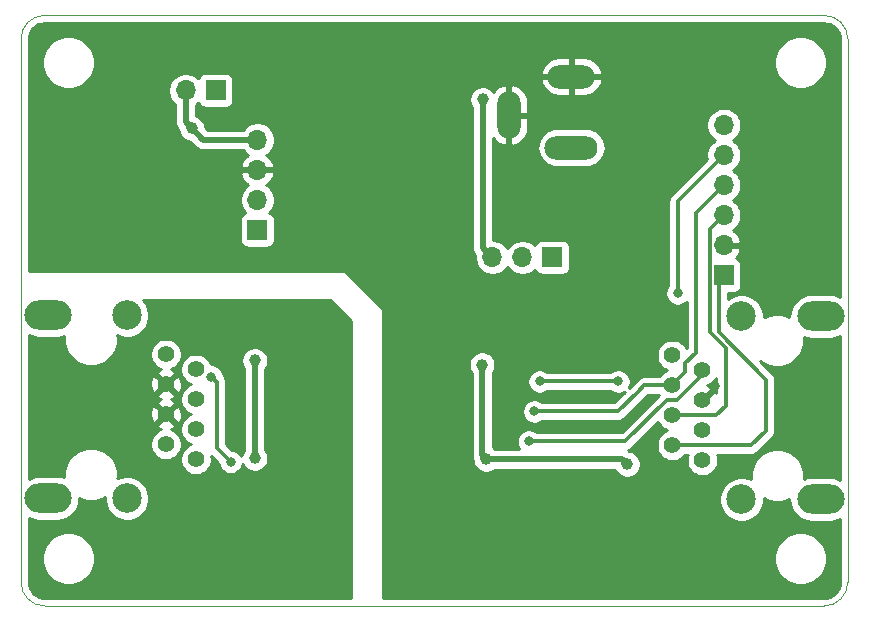
<source format=gbl>
G04 #@! TF.GenerationSoftware,KiCad,Pcbnew,5.1.12-84ad8e8a86~92~ubuntu20.04.1*
G04 #@! TF.CreationDate,2022-04-03T12:43:19+02:00*
G04 #@! TF.ProjectId,s88iso,73383869-736f-42e6-9b69-6361645f7063,2020/08*
G04 #@! TF.SameCoordinates,Original*
G04 #@! TF.FileFunction,Copper,L2,Bot*
G04 #@! TF.FilePolarity,Positive*
%FSLAX46Y46*%
G04 Gerber Fmt 4.6, Leading zero omitted, Abs format (unit mm)*
G04 Created by KiCad (PCBNEW 5.1.12-84ad8e8a86~92~ubuntu20.04.1) date 2022-04-03 12:43:19*
%MOMM*%
%LPD*%
G01*
G04 APERTURE LIST*
G04 #@! TA.AperFunction,Profile*
%ADD10C,0.050000*%
G04 #@! TD*
G04 #@! TA.AperFunction,ComponentPad*
%ADD11O,4.000000X2.500000*%
G04 #@! TD*
G04 #@! TA.AperFunction,ComponentPad*
%ADD12C,1.400000*%
G04 #@! TD*
G04 #@! TA.AperFunction,ComponentPad*
%ADD13C,2.500000*%
G04 #@! TD*
G04 #@! TA.AperFunction,ComponentPad*
%ADD14O,1.700000X1.700000*%
G04 #@! TD*
G04 #@! TA.AperFunction,ComponentPad*
%ADD15R,1.700000X1.700000*%
G04 #@! TD*
G04 #@! TA.AperFunction,ComponentPad*
%ADD16O,1.998980X4.000500*%
G04 #@! TD*
G04 #@! TA.AperFunction,ComponentPad*
%ADD17O,4.000500X1.998980*%
G04 #@! TD*
G04 #@! TA.AperFunction,ComponentPad*
%ADD18O,4.500880X1.998980*%
G04 #@! TD*
G04 #@! TA.AperFunction,ViaPad*
%ADD19C,0.800000*%
G04 #@! TD*
G04 #@! TA.AperFunction,ViaPad*
%ADD20C,1.000000*%
G04 #@! TD*
G04 #@! TA.AperFunction,Conductor*
%ADD21C,0.500000*%
G04 #@! TD*
G04 #@! TA.AperFunction,Conductor*
%ADD22C,0.300000*%
G04 #@! TD*
G04 #@! TA.AperFunction,Conductor*
%ADD23C,0.254000*%
G04 #@! TD*
G04 #@! TA.AperFunction,Conductor*
%ADD24C,0.100000*%
G04 #@! TD*
G04 APERTURE END LIST*
D10*
X100000000Y-128000000D02*
X100000000Y-82000000D01*
X168000000Y-130000000D02*
X102000000Y-130000000D01*
X170000000Y-82000000D02*
X170000000Y-128000000D01*
X168000000Y-80000000D02*
X102000000Y-80000000D01*
X100000000Y-82000000D02*
G75*
G02*
X102000000Y-80000000I2000000J0D01*
G01*
X168000000Y-80000000D02*
G75*
G02*
X170000000Y-82000000I0J-2000000D01*
G01*
X170000000Y-128000000D02*
G75*
G02*
X168000000Y-130000000I-2000000J0D01*
G01*
X102000000Y-130000000D02*
G75*
G02*
X100000000Y-128000000I0J2000000D01*
G01*
D11*
X167700000Y-120983200D03*
X167700000Y-105483200D03*
D12*
X157693200Y-115138200D03*
X157693200Y-117678200D03*
X155153200Y-116408200D03*
X155153200Y-113868200D03*
X157693200Y-112598200D03*
X155153200Y-111328200D03*
X157693200Y-110058200D03*
X155153200Y-108788200D03*
D13*
X160983200Y-120983200D03*
X160983200Y-105483200D03*
D14*
X139920000Y-100500000D03*
X142460000Y-100500000D03*
D15*
X145000000Y-100500000D03*
D13*
X108979000Y-120899000D03*
X108979000Y-105399000D03*
D12*
X114809000Y-117594000D03*
X112269000Y-116324000D03*
X114809000Y-115054000D03*
X112269000Y-113784000D03*
X114809000Y-112514000D03*
X114809000Y-109974000D03*
X112269000Y-108704000D03*
X112269000Y-111244000D03*
D11*
X102300000Y-120899000D03*
X102300000Y-105399000D03*
D14*
X120015000Y-90551000D03*
X120015000Y-93091000D03*
X120015000Y-95631000D03*
D15*
X120015000Y-98171000D03*
D16*
X141307820Y-88437720D03*
D17*
X146608800Y-85186520D03*
D18*
X146608800Y-91188540D03*
D15*
X159512000Y-102000000D03*
D14*
X159512000Y-99460000D03*
X159512000Y-96920000D03*
X159512000Y-94380000D03*
X159512000Y-91840000D03*
X159512000Y-89300000D03*
D15*
X116484400Y-86360000D03*
D14*
X113944400Y-86360000D03*
D19*
X139446000Y-104394000D03*
X145034000Y-104648000D03*
X134823200Y-119837200D03*
X112674400Y-93218000D03*
X135026400Y-100126800D03*
X158750000Y-111353600D03*
D20*
X139039600Y-109575600D03*
X151333200Y-118008400D03*
X114452400Y-89560400D03*
X139090400Y-87122000D03*
X139395200Y-117576600D03*
X119786400Y-117500400D03*
X119786400Y-109220000D03*
D19*
X121310400Y-111760000D03*
X121310400Y-110845600D03*
X123342400Y-119176800D03*
X150571200Y-110998000D03*
X143916400Y-110998000D03*
X143459200Y-113538000D03*
X155600400Y-103530400D03*
X143002000Y-116078000D03*
X116128800Y-110591600D03*
X117754400Y-117805200D03*
D21*
X120015000Y-90551000D02*
X115443000Y-90551000D01*
X113944400Y-89052400D02*
X113944400Y-86258400D01*
X114452400Y-89560400D02*
X113944400Y-89052400D01*
X115443000Y-90551000D02*
X114452400Y-89560400D01*
X139090400Y-99670400D02*
X139090400Y-87122000D01*
X139920000Y-100500000D02*
X139090400Y-99670400D01*
X139039600Y-117221000D02*
X139395200Y-117576600D01*
X139039600Y-109575600D02*
X139039600Y-117221000D01*
X150901400Y-117576600D02*
X151333200Y-118008400D01*
X139395200Y-117576600D02*
X150901400Y-117576600D01*
X119786400Y-117500400D02*
X119786400Y-109220000D01*
D22*
X159512000Y-102000000D02*
X159062790Y-102449210D01*
X159062790Y-102449210D02*
X159062790Y-106848546D01*
X159062790Y-106848546D02*
X163068000Y-110853756D01*
X163068000Y-110853756D02*
X163068000Y-115163600D01*
X163068000Y-115163600D02*
X161823400Y-116408200D01*
X161823400Y-116408200D02*
X155153200Y-116408200D01*
X150571200Y-110998000D02*
X147447000Y-110998000D01*
X143916400Y-110998000D02*
X147447000Y-110998000D01*
X158821802Y-113868200D02*
X155153200Y-113868200D01*
X159656410Y-113033592D02*
X158821802Y-113868200D01*
X158311999Y-98120001D02*
X158311999Y-106804877D01*
X159512000Y-96920000D02*
X158311999Y-98120001D01*
X158311999Y-106804877D02*
X159656410Y-108149288D01*
X159656410Y-108149288D02*
X159656410Y-113033592D01*
X157132001Y-96759999D02*
X159512000Y-94380000D01*
X143459200Y-113538000D02*
X150571200Y-113538000D01*
X152781000Y-111328200D02*
X152247600Y-111861600D01*
X155153200Y-111328200D02*
X152781000Y-111328200D01*
X152247600Y-111861600D02*
X150571200Y-113538000D01*
X157132001Y-96759999D02*
X157132001Y-108602799D01*
X157132001Y-108602799D02*
X156260800Y-109474000D01*
X156260800Y-109474000D02*
X156260800Y-110185200D01*
X156260800Y-110185200D02*
X155143200Y-111302800D01*
X155600400Y-95751600D02*
X159512000Y-91840000D01*
X155600400Y-103530400D02*
X155600400Y-95751600D01*
X151180800Y-116078000D02*
X154686000Y-112572800D01*
X143002000Y-116078000D02*
X151180800Y-116078000D01*
X154686000Y-112572800D02*
X155549600Y-112572800D01*
X155549600Y-112572800D02*
X157734000Y-110388400D01*
X157734000Y-110388400D02*
X157734000Y-110083600D01*
X116128800Y-110591600D02*
X116586000Y-111048800D01*
X116586000Y-116636800D02*
X117754400Y-117805200D01*
X116586000Y-111048800D02*
X116586000Y-116636800D01*
D23*
X127939800Y-105869006D02*
X127939800Y-129340000D01*
X102032279Y-129340000D01*
X101740340Y-129311375D01*
X101490571Y-129235965D01*
X101260206Y-129113477D01*
X101058021Y-128948579D01*
X100891712Y-128747546D01*
X100767622Y-128518046D01*
X100690469Y-128268805D01*
X100660000Y-127978911D01*
X100660000Y-125779872D01*
X101765000Y-125779872D01*
X101765000Y-126220128D01*
X101850890Y-126651925D01*
X102019369Y-127058669D01*
X102263962Y-127424729D01*
X102575271Y-127736038D01*
X102941331Y-127980631D01*
X103348075Y-128149110D01*
X103779872Y-128235000D01*
X104220128Y-128235000D01*
X104651925Y-128149110D01*
X105058669Y-127980631D01*
X105424729Y-127736038D01*
X105736038Y-127424729D01*
X105980631Y-127058669D01*
X106149110Y-126651925D01*
X106235000Y-126220128D01*
X106235000Y-125779872D01*
X106149110Y-125348075D01*
X105980631Y-124941331D01*
X105736038Y-124575271D01*
X105424729Y-124263962D01*
X105058669Y-124019369D01*
X104651925Y-123850890D01*
X104220128Y-123765000D01*
X103779872Y-123765000D01*
X103348075Y-123850890D01*
X102941331Y-124019369D01*
X102575271Y-124263962D01*
X102263962Y-124575271D01*
X102019369Y-124941331D01*
X101850890Y-125348075D01*
X101765000Y-125779872D01*
X100660000Y-125779872D01*
X100660000Y-122560663D01*
X100825152Y-122648939D01*
X101180476Y-122756725D01*
X101457403Y-122784000D01*
X103142597Y-122784000D01*
X103419524Y-122756725D01*
X103774848Y-122648939D01*
X104102317Y-122473903D01*
X104389345Y-122238345D01*
X104624903Y-121951317D01*
X104799939Y-121623848D01*
X104907725Y-121268524D01*
X104943812Y-120902128D01*
X105269782Y-121037149D01*
X105706409Y-121124000D01*
X106151591Y-121124000D01*
X106588218Y-121037149D01*
X106999511Y-120866786D01*
X107094000Y-120803650D01*
X107094000Y-121084656D01*
X107166439Y-121448834D01*
X107308534Y-121791882D01*
X107514825Y-122100618D01*
X107777382Y-122363175D01*
X108086118Y-122569466D01*
X108429166Y-122711561D01*
X108793344Y-122784000D01*
X109164656Y-122784000D01*
X109528834Y-122711561D01*
X109871882Y-122569466D01*
X110180618Y-122363175D01*
X110443175Y-122100618D01*
X110649466Y-121791882D01*
X110791561Y-121448834D01*
X110864000Y-121084656D01*
X110864000Y-120713344D01*
X110791561Y-120349166D01*
X110649466Y-120006118D01*
X110443175Y-119697382D01*
X110180618Y-119434825D01*
X109871882Y-119228534D01*
X109528834Y-119086439D01*
X109164656Y-119014000D01*
X108793344Y-119014000D01*
X108429166Y-119086439D01*
X108167468Y-119194838D01*
X108189000Y-119086591D01*
X108189000Y-118641409D01*
X108102149Y-118204782D01*
X107931786Y-117793489D01*
X107684456Y-117423334D01*
X107369666Y-117108544D01*
X106999511Y-116861214D01*
X106588218Y-116690851D01*
X106151591Y-116604000D01*
X105706409Y-116604000D01*
X105269782Y-116690851D01*
X104858489Y-116861214D01*
X104488334Y-117108544D01*
X104173544Y-117423334D01*
X103926214Y-117793489D01*
X103755851Y-118204782D01*
X103669000Y-118641409D01*
X103669000Y-119086591D01*
X103675427Y-119118902D01*
X103419524Y-119041275D01*
X103142597Y-119014000D01*
X101457403Y-119014000D01*
X101180476Y-119041275D01*
X100825152Y-119149061D01*
X100660000Y-119237337D01*
X100660000Y-116192514D01*
X110934000Y-116192514D01*
X110934000Y-116455486D01*
X110985304Y-116713405D01*
X111085939Y-116956359D01*
X111232038Y-117175013D01*
X111417987Y-117360962D01*
X111636641Y-117507061D01*
X111879595Y-117607696D01*
X112137514Y-117659000D01*
X112400486Y-117659000D01*
X112658405Y-117607696D01*
X112901359Y-117507061D01*
X113120013Y-117360962D01*
X113305962Y-117175013D01*
X113452061Y-116956359D01*
X113552696Y-116713405D01*
X113604000Y-116455486D01*
X113604000Y-116192514D01*
X113552696Y-115934595D01*
X113452061Y-115691641D01*
X113305962Y-115472987D01*
X113120013Y-115287038D01*
X112901359Y-115140939D01*
X112687556Y-115052379D01*
X112850366Y-114992935D01*
X112951203Y-114939037D01*
X113010664Y-114705269D01*
X112269000Y-113963605D01*
X111527336Y-114705269D01*
X111586797Y-114939037D01*
X111825242Y-115049934D01*
X111844827Y-115054706D01*
X111636641Y-115140939D01*
X111417987Y-115287038D01*
X111232038Y-115472987D01*
X111085939Y-115691641D01*
X110985304Y-115934595D01*
X110934000Y-116192514D01*
X100660000Y-116192514D01*
X100660000Y-113858473D01*
X110929610Y-113858473D01*
X110969875Y-114118344D01*
X111060065Y-114365366D01*
X111113963Y-114466203D01*
X111347731Y-114525664D01*
X112089395Y-113784000D01*
X112448605Y-113784000D01*
X113190269Y-114525664D01*
X113424037Y-114466203D01*
X113534934Y-114227758D01*
X113597183Y-113972260D01*
X113608390Y-113709527D01*
X113568125Y-113449656D01*
X113477935Y-113202634D01*
X113424037Y-113101797D01*
X113190269Y-113042336D01*
X112448605Y-113784000D01*
X112089395Y-113784000D01*
X111347731Y-113042336D01*
X111113963Y-113101797D01*
X111003066Y-113340242D01*
X110940817Y-113595740D01*
X110929610Y-113858473D01*
X100660000Y-113858473D01*
X100660000Y-112165269D01*
X111527336Y-112165269D01*
X111586797Y-112399037D01*
X111825242Y-112509934D01*
X111849701Y-112515893D01*
X111687634Y-112575065D01*
X111586797Y-112628963D01*
X111527336Y-112862731D01*
X112269000Y-113604395D01*
X113010664Y-112862731D01*
X112951203Y-112628963D01*
X112712758Y-112518066D01*
X112688299Y-112512107D01*
X112850366Y-112452935D01*
X112951203Y-112399037D01*
X113010664Y-112165269D01*
X112269000Y-111423605D01*
X111527336Y-112165269D01*
X100660000Y-112165269D01*
X100660000Y-111318473D01*
X110929610Y-111318473D01*
X110969875Y-111578344D01*
X111060065Y-111825366D01*
X111113963Y-111926203D01*
X111347731Y-111985664D01*
X112089395Y-111244000D01*
X112448605Y-111244000D01*
X113190269Y-111985664D01*
X113424037Y-111926203D01*
X113534934Y-111687758D01*
X113597183Y-111432260D01*
X113608390Y-111169527D01*
X113568125Y-110909656D01*
X113477935Y-110662634D01*
X113424037Y-110561797D01*
X113190269Y-110502336D01*
X112448605Y-111244000D01*
X112089395Y-111244000D01*
X111347731Y-110502336D01*
X111113963Y-110561797D01*
X111003066Y-110800242D01*
X110940817Y-111055740D01*
X110929610Y-111318473D01*
X100660000Y-111318473D01*
X100660000Y-107060663D01*
X100825152Y-107148939D01*
X101180476Y-107256725D01*
X101457403Y-107284000D01*
X103142597Y-107284000D01*
X103419524Y-107256725D01*
X103675427Y-107179098D01*
X103669000Y-107211409D01*
X103669000Y-107656591D01*
X103755851Y-108093218D01*
X103926214Y-108504511D01*
X104173544Y-108874666D01*
X104488334Y-109189456D01*
X104858489Y-109436786D01*
X105269782Y-109607149D01*
X105706409Y-109694000D01*
X106151591Y-109694000D01*
X106588218Y-109607149D01*
X106999511Y-109436786D01*
X107369666Y-109189456D01*
X107684456Y-108874666D01*
X107886347Y-108572514D01*
X110934000Y-108572514D01*
X110934000Y-108835486D01*
X110985304Y-109093405D01*
X111085939Y-109336359D01*
X111232038Y-109555013D01*
X111417987Y-109740962D01*
X111636641Y-109887061D01*
X111850444Y-109975621D01*
X111687634Y-110035065D01*
X111586797Y-110088963D01*
X111527336Y-110322731D01*
X112269000Y-111064395D01*
X113010664Y-110322731D01*
X112951203Y-110088963D01*
X112712758Y-109978066D01*
X112693173Y-109973294D01*
X112901359Y-109887061D01*
X112968028Y-109842514D01*
X113474000Y-109842514D01*
X113474000Y-110105486D01*
X113525304Y-110363405D01*
X113625939Y-110606359D01*
X113772038Y-110825013D01*
X113957987Y-111010962D01*
X114176641Y-111157061D01*
X114386530Y-111244000D01*
X114176641Y-111330939D01*
X113957987Y-111477038D01*
X113772038Y-111662987D01*
X113625939Y-111881641D01*
X113525304Y-112124595D01*
X113474000Y-112382514D01*
X113474000Y-112645486D01*
X113525304Y-112903405D01*
X113625939Y-113146359D01*
X113772038Y-113365013D01*
X113957987Y-113550962D01*
X114176641Y-113697061D01*
X114386530Y-113784000D01*
X114176641Y-113870939D01*
X113957987Y-114017038D01*
X113772038Y-114202987D01*
X113625939Y-114421641D01*
X113525304Y-114664595D01*
X113474000Y-114922514D01*
X113474000Y-115185486D01*
X113525304Y-115443405D01*
X113625939Y-115686359D01*
X113772038Y-115905013D01*
X113957987Y-116090962D01*
X114176641Y-116237061D01*
X114386530Y-116324000D01*
X114176641Y-116410939D01*
X113957987Y-116557038D01*
X113772038Y-116742987D01*
X113625939Y-116961641D01*
X113525304Y-117204595D01*
X113474000Y-117462514D01*
X113474000Y-117725486D01*
X113525304Y-117983405D01*
X113625939Y-118226359D01*
X113772038Y-118445013D01*
X113957987Y-118630962D01*
X114176641Y-118777061D01*
X114419595Y-118877696D01*
X114677514Y-118929000D01*
X114940486Y-118929000D01*
X115198405Y-118877696D01*
X115441359Y-118777061D01*
X115660013Y-118630962D01*
X115845962Y-118445013D01*
X115992061Y-118226359D01*
X116092696Y-117983405D01*
X116144000Y-117725486D01*
X116144000Y-117462514D01*
X116104877Y-117265835D01*
X116719400Y-117880358D01*
X116719400Y-117907139D01*
X116759174Y-118107098D01*
X116837195Y-118295456D01*
X116950463Y-118464974D01*
X117094626Y-118609137D01*
X117264144Y-118722405D01*
X117452502Y-118800426D01*
X117652461Y-118840200D01*
X117856339Y-118840200D01*
X118056298Y-118800426D01*
X118244656Y-118722405D01*
X118414174Y-118609137D01*
X118558337Y-118464974D01*
X118671605Y-118295456D01*
X118749626Y-118107098D01*
X118768949Y-118009954D01*
X118780576Y-118038024D01*
X118904788Y-118223920D01*
X119062880Y-118382012D01*
X119248776Y-118506224D01*
X119455333Y-118591783D01*
X119674612Y-118635400D01*
X119898188Y-118635400D01*
X120117467Y-118591783D01*
X120324024Y-118506224D01*
X120509920Y-118382012D01*
X120668012Y-118223920D01*
X120792224Y-118038024D01*
X120877783Y-117831467D01*
X120921400Y-117612188D01*
X120921400Y-117388612D01*
X120877783Y-117169333D01*
X120792224Y-116962776D01*
X120671400Y-116781950D01*
X120671400Y-109938450D01*
X120792224Y-109757624D01*
X120877783Y-109551067D01*
X120921400Y-109331788D01*
X120921400Y-109108212D01*
X120877783Y-108888933D01*
X120792224Y-108682376D01*
X120668012Y-108496480D01*
X120509920Y-108338388D01*
X120324024Y-108214176D01*
X120117467Y-108128617D01*
X119898188Y-108085000D01*
X119674612Y-108085000D01*
X119455333Y-108128617D01*
X119248776Y-108214176D01*
X119062880Y-108338388D01*
X118904788Y-108496480D01*
X118780576Y-108682376D01*
X118695017Y-108888933D01*
X118651400Y-109108212D01*
X118651400Y-109331788D01*
X118695017Y-109551067D01*
X118780576Y-109757624D01*
X118901401Y-109938451D01*
X118901400Y-116781950D01*
X118780576Y-116962776D01*
X118695017Y-117169333D01*
X118667327Y-117308541D01*
X118558337Y-117145426D01*
X118414174Y-117001263D01*
X118244656Y-116887995D01*
X118056298Y-116809974D01*
X117856339Y-116770200D01*
X117829558Y-116770200D01*
X117371000Y-116311643D01*
X117371000Y-111087352D01*
X117374797Y-111048799D01*
X117371000Y-111010246D01*
X117371000Y-111010239D01*
X117359641Y-110894913D01*
X117314754Y-110746940D01*
X117241862Y-110610567D01*
X117163800Y-110515450D01*
X117163800Y-110489661D01*
X117124026Y-110289702D01*
X117046005Y-110101344D01*
X116932737Y-109931826D01*
X116788574Y-109787663D01*
X116619056Y-109674395D01*
X116430698Y-109596374D01*
X116230739Y-109556600D01*
X116081100Y-109556600D01*
X115992061Y-109341641D01*
X115845962Y-109122987D01*
X115660013Y-108937038D01*
X115441359Y-108790939D01*
X115198405Y-108690304D01*
X114940486Y-108639000D01*
X114677514Y-108639000D01*
X114419595Y-108690304D01*
X114176641Y-108790939D01*
X113957987Y-108937038D01*
X113772038Y-109122987D01*
X113625939Y-109341641D01*
X113525304Y-109584595D01*
X113474000Y-109842514D01*
X112968028Y-109842514D01*
X113120013Y-109740962D01*
X113305962Y-109555013D01*
X113452061Y-109336359D01*
X113552696Y-109093405D01*
X113604000Y-108835486D01*
X113604000Y-108572514D01*
X113552696Y-108314595D01*
X113452061Y-108071641D01*
X113305962Y-107852987D01*
X113120013Y-107667038D01*
X112901359Y-107520939D01*
X112658405Y-107420304D01*
X112400486Y-107369000D01*
X112137514Y-107369000D01*
X111879595Y-107420304D01*
X111636641Y-107520939D01*
X111417987Y-107667038D01*
X111232038Y-107852987D01*
X111085939Y-108071641D01*
X110985304Y-108314595D01*
X110934000Y-108572514D01*
X107886347Y-108572514D01*
X107931786Y-108504511D01*
X108102149Y-108093218D01*
X108189000Y-107656591D01*
X108189000Y-107211409D01*
X108167468Y-107103162D01*
X108429166Y-107211561D01*
X108793344Y-107284000D01*
X109164656Y-107284000D01*
X109528834Y-107211561D01*
X109871882Y-107069466D01*
X110180618Y-106863175D01*
X110443175Y-106600618D01*
X110649466Y-106291882D01*
X110791561Y-105948834D01*
X110864000Y-105584656D01*
X110864000Y-105213344D01*
X110791561Y-104849166D01*
X110649466Y-104506118D01*
X110443175Y-104197382D01*
X110360393Y-104114600D01*
X126185394Y-104114600D01*
X127939800Y-105869006D01*
G04 #@! TA.AperFunction,Conductor*
D24*
G36*
X127939800Y-105869006D02*
G01*
X127939800Y-129340000D01*
X102032279Y-129340000D01*
X101740340Y-129311375D01*
X101490571Y-129235965D01*
X101260206Y-129113477D01*
X101058021Y-128948579D01*
X100891712Y-128747546D01*
X100767622Y-128518046D01*
X100690469Y-128268805D01*
X100660000Y-127978911D01*
X100660000Y-125779872D01*
X101765000Y-125779872D01*
X101765000Y-126220128D01*
X101850890Y-126651925D01*
X102019369Y-127058669D01*
X102263962Y-127424729D01*
X102575271Y-127736038D01*
X102941331Y-127980631D01*
X103348075Y-128149110D01*
X103779872Y-128235000D01*
X104220128Y-128235000D01*
X104651925Y-128149110D01*
X105058669Y-127980631D01*
X105424729Y-127736038D01*
X105736038Y-127424729D01*
X105980631Y-127058669D01*
X106149110Y-126651925D01*
X106235000Y-126220128D01*
X106235000Y-125779872D01*
X106149110Y-125348075D01*
X105980631Y-124941331D01*
X105736038Y-124575271D01*
X105424729Y-124263962D01*
X105058669Y-124019369D01*
X104651925Y-123850890D01*
X104220128Y-123765000D01*
X103779872Y-123765000D01*
X103348075Y-123850890D01*
X102941331Y-124019369D01*
X102575271Y-124263962D01*
X102263962Y-124575271D01*
X102019369Y-124941331D01*
X101850890Y-125348075D01*
X101765000Y-125779872D01*
X100660000Y-125779872D01*
X100660000Y-122560663D01*
X100825152Y-122648939D01*
X101180476Y-122756725D01*
X101457403Y-122784000D01*
X103142597Y-122784000D01*
X103419524Y-122756725D01*
X103774848Y-122648939D01*
X104102317Y-122473903D01*
X104389345Y-122238345D01*
X104624903Y-121951317D01*
X104799939Y-121623848D01*
X104907725Y-121268524D01*
X104943812Y-120902128D01*
X105269782Y-121037149D01*
X105706409Y-121124000D01*
X106151591Y-121124000D01*
X106588218Y-121037149D01*
X106999511Y-120866786D01*
X107094000Y-120803650D01*
X107094000Y-121084656D01*
X107166439Y-121448834D01*
X107308534Y-121791882D01*
X107514825Y-122100618D01*
X107777382Y-122363175D01*
X108086118Y-122569466D01*
X108429166Y-122711561D01*
X108793344Y-122784000D01*
X109164656Y-122784000D01*
X109528834Y-122711561D01*
X109871882Y-122569466D01*
X110180618Y-122363175D01*
X110443175Y-122100618D01*
X110649466Y-121791882D01*
X110791561Y-121448834D01*
X110864000Y-121084656D01*
X110864000Y-120713344D01*
X110791561Y-120349166D01*
X110649466Y-120006118D01*
X110443175Y-119697382D01*
X110180618Y-119434825D01*
X109871882Y-119228534D01*
X109528834Y-119086439D01*
X109164656Y-119014000D01*
X108793344Y-119014000D01*
X108429166Y-119086439D01*
X108167468Y-119194838D01*
X108189000Y-119086591D01*
X108189000Y-118641409D01*
X108102149Y-118204782D01*
X107931786Y-117793489D01*
X107684456Y-117423334D01*
X107369666Y-117108544D01*
X106999511Y-116861214D01*
X106588218Y-116690851D01*
X106151591Y-116604000D01*
X105706409Y-116604000D01*
X105269782Y-116690851D01*
X104858489Y-116861214D01*
X104488334Y-117108544D01*
X104173544Y-117423334D01*
X103926214Y-117793489D01*
X103755851Y-118204782D01*
X103669000Y-118641409D01*
X103669000Y-119086591D01*
X103675427Y-119118902D01*
X103419524Y-119041275D01*
X103142597Y-119014000D01*
X101457403Y-119014000D01*
X101180476Y-119041275D01*
X100825152Y-119149061D01*
X100660000Y-119237337D01*
X100660000Y-116192514D01*
X110934000Y-116192514D01*
X110934000Y-116455486D01*
X110985304Y-116713405D01*
X111085939Y-116956359D01*
X111232038Y-117175013D01*
X111417987Y-117360962D01*
X111636641Y-117507061D01*
X111879595Y-117607696D01*
X112137514Y-117659000D01*
X112400486Y-117659000D01*
X112658405Y-117607696D01*
X112901359Y-117507061D01*
X113120013Y-117360962D01*
X113305962Y-117175013D01*
X113452061Y-116956359D01*
X113552696Y-116713405D01*
X113604000Y-116455486D01*
X113604000Y-116192514D01*
X113552696Y-115934595D01*
X113452061Y-115691641D01*
X113305962Y-115472987D01*
X113120013Y-115287038D01*
X112901359Y-115140939D01*
X112687556Y-115052379D01*
X112850366Y-114992935D01*
X112951203Y-114939037D01*
X113010664Y-114705269D01*
X112269000Y-113963605D01*
X111527336Y-114705269D01*
X111586797Y-114939037D01*
X111825242Y-115049934D01*
X111844827Y-115054706D01*
X111636641Y-115140939D01*
X111417987Y-115287038D01*
X111232038Y-115472987D01*
X111085939Y-115691641D01*
X110985304Y-115934595D01*
X110934000Y-116192514D01*
X100660000Y-116192514D01*
X100660000Y-113858473D01*
X110929610Y-113858473D01*
X110969875Y-114118344D01*
X111060065Y-114365366D01*
X111113963Y-114466203D01*
X111347731Y-114525664D01*
X112089395Y-113784000D01*
X112448605Y-113784000D01*
X113190269Y-114525664D01*
X113424037Y-114466203D01*
X113534934Y-114227758D01*
X113597183Y-113972260D01*
X113608390Y-113709527D01*
X113568125Y-113449656D01*
X113477935Y-113202634D01*
X113424037Y-113101797D01*
X113190269Y-113042336D01*
X112448605Y-113784000D01*
X112089395Y-113784000D01*
X111347731Y-113042336D01*
X111113963Y-113101797D01*
X111003066Y-113340242D01*
X110940817Y-113595740D01*
X110929610Y-113858473D01*
X100660000Y-113858473D01*
X100660000Y-112165269D01*
X111527336Y-112165269D01*
X111586797Y-112399037D01*
X111825242Y-112509934D01*
X111849701Y-112515893D01*
X111687634Y-112575065D01*
X111586797Y-112628963D01*
X111527336Y-112862731D01*
X112269000Y-113604395D01*
X113010664Y-112862731D01*
X112951203Y-112628963D01*
X112712758Y-112518066D01*
X112688299Y-112512107D01*
X112850366Y-112452935D01*
X112951203Y-112399037D01*
X113010664Y-112165269D01*
X112269000Y-111423605D01*
X111527336Y-112165269D01*
X100660000Y-112165269D01*
X100660000Y-111318473D01*
X110929610Y-111318473D01*
X110969875Y-111578344D01*
X111060065Y-111825366D01*
X111113963Y-111926203D01*
X111347731Y-111985664D01*
X112089395Y-111244000D01*
X112448605Y-111244000D01*
X113190269Y-111985664D01*
X113424037Y-111926203D01*
X113534934Y-111687758D01*
X113597183Y-111432260D01*
X113608390Y-111169527D01*
X113568125Y-110909656D01*
X113477935Y-110662634D01*
X113424037Y-110561797D01*
X113190269Y-110502336D01*
X112448605Y-111244000D01*
X112089395Y-111244000D01*
X111347731Y-110502336D01*
X111113963Y-110561797D01*
X111003066Y-110800242D01*
X110940817Y-111055740D01*
X110929610Y-111318473D01*
X100660000Y-111318473D01*
X100660000Y-107060663D01*
X100825152Y-107148939D01*
X101180476Y-107256725D01*
X101457403Y-107284000D01*
X103142597Y-107284000D01*
X103419524Y-107256725D01*
X103675427Y-107179098D01*
X103669000Y-107211409D01*
X103669000Y-107656591D01*
X103755851Y-108093218D01*
X103926214Y-108504511D01*
X104173544Y-108874666D01*
X104488334Y-109189456D01*
X104858489Y-109436786D01*
X105269782Y-109607149D01*
X105706409Y-109694000D01*
X106151591Y-109694000D01*
X106588218Y-109607149D01*
X106999511Y-109436786D01*
X107369666Y-109189456D01*
X107684456Y-108874666D01*
X107886347Y-108572514D01*
X110934000Y-108572514D01*
X110934000Y-108835486D01*
X110985304Y-109093405D01*
X111085939Y-109336359D01*
X111232038Y-109555013D01*
X111417987Y-109740962D01*
X111636641Y-109887061D01*
X111850444Y-109975621D01*
X111687634Y-110035065D01*
X111586797Y-110088963D01*
X111527336Y-110322731D01*
X112269000Y-111064395D01*
X113010664Y-110322731D01*
X112951203Y-110088963D01*
X112712758Y-109978066D01*
X112693173Y-109973294D01*
X112901359Y-109887061D01*
X112968028Y-109842514D01*
X113474000Y-109842514D01*
X113474000Y-110105486D01*
X113525304Y-110363405D01*
X113625939Y-110606359D01*
X113772038Y-110825013D01*
X113957987Y-111010962D01*
X114176641Y-111157061D01*
X114386530Y-111244000D01*
X114176641Y-111330939D01*
X113957987Y-111477038D01*
X113772038Y-111662987D01*
X113625939Y-111881641D01*
X113525304Y-112124595D01*
X113474000Y-112382514D01*
X113474000Y-112645486D01*
X113525304Y-112903405D01*
X113625939Y-113146359D01*
X113772038Y-113365013D01*
X113957987Y-113550962D01*
X114176641Y-113697061D01*
X114386530Y-113784000D01*
X114176641Y-113870939D01*
X113957987Y-114017038D01*
X113772038Y-114202987D01*
X113625939Y-114421641D01*
X113525304Y-114664595D01*
X113474000Y-114922514D01*
X113474000Y-115185486D01*
X113525304Y-115443405D01*
X113625939Y-115686359D01*
X113772038Y-115905013D01*
X113957987Y-116090962D01*
X114176641Y-116237061D01*
X114386530Y-116324000D01*
X114176641Y-116410939D01*
X113957987Y-116557038D01*
X113772038Y-116742987D01*
X113625939Y-116961641D01*
X113525304Y-117204595D01*
X113474000Y-117462514D01*
X113474000Y-117725486D01*
X113525304Y-117983405D01*
X113625939Y-118226359D01*
X113772038Y-118445013D01*
X113957987Y-118630962D01*
X114176641Y-118777061D01*
X114419595Y-118877696D01*
X114677514Y-118929000D01*
X114940486Y-118929000D01*
X115198405Y-118877696D01*
X115441359Y-118777061D01*
X115660013Y-118630962D01*
X115845962Y-118445013D01*
X115992061Y-118226359D01*
X116092696Y-117983405D01*
X116144000Y-117725486D01*
X116144000Y-117462514D01*
X116104877Y-117265835D01*
X116719400Y-117880358D01*
X116719400Y-117907139D01*
X116759174Y-118107098D01*
X116837195Y-118295456D01*
X116950463Y-118464974D01*
X117094626Y-118609137D01*
X117264144Y-118722405D01*
X117452502Y-118800426D01*
X117652461Y-118840200D01*
X117856339Y-118840200D01*
X118056298Y-118800426D01*
X118244656Y-118722405D01*
X118414174Y-118609137D01*
X118558337Y-118464974D01*
X118671605Y-118295456D01*
X118749626Y-118107098D01*
X118768949Y-118009954D01*
X118780576Y-118038024D01*
X118904788Y-118223920D01*
X119062880Y-118382012D01*
X119248776Y-118506224D01*
X119455333Y-118591783D01*
X119674612Y-118635400D01*
X119898188Y-118635400D01*
X120117467Y-118591783D01*
X120324024Y-118506224D01*
X120509920Y-118382012D01*
X120668012Y-118223920D01*
X120792224Y-118038024D01*
X120877783Y-117831467D01*
X120921400Y-117612188D01*
X120921400Y-117388612D01*
X120877783Y-117169333D01*
X120792224Y-116962776D01*
X120671400Y-116781950D01*
X120671400Y-109938450D01*
X120792224Y-109757624D01*
X120877783Y-109551067D01*
X120921400Y-109331788D01*
X120921400Y-109108212D01*
X120877783Y-108888933D01*
X120792224Y-108682376D01*
X120668012Y-108496480D01*
X120509920Y-108338388D01*
X120324024Y-108214176D01*
X120117467Y-108128617D01*
X119898188Y-108085000D01*
X119674612Y-108085000D01*
X119455333Y-108128617D01*
X119248776Y-108214176D01*
X119062880Y-108338388D01*
X118904788Y-108496480D01*
X118780576Y-108682376D01*
X118695017Y-108888933D01*
X118651400Y-109108212D01*
X118651400Y-109331788D01*
X118695017Y-109551067D01*
X118780576Y-109757624D01*
X118901401Y-109938451D01*
X118901400Y-116781950D01*
X118780576Y-116962776D01*
X118695017Y-117169333D01*
X118667327Y-117308541D01*
X118558337Y-117145426D01*
X118414174Y-117001263D01*
X118244656Y-116887995D01*
X118056298Y-116809974D01*
X117856339Y-116770200D01*
X117829558Y-116770200D01*
X117371000Y-116311643D01*
X117371000Y-111087352D01*
X117374797Y-111048799D01*
X117371000Y-111010246D01*
X117371000Y-111010239D01*
X117359641Y-110894913D01*
X117314754Y-110746940D01*
X117241862Y-110610567D01*
X117163800Y-110515450D01*
X117163800Y-110489661D01*
X117124026Y-110289702D01*
X117046005Y-110101344D01*
X116932737Y-109931826D01*
X116788574Y-109787663D01*
X116619056Y-109674395D01*
X116430698Y-109596374D01*
X116230739Y-109556600D01*
X116081100Y-109556600D01*
X115992061Y-109341641D01*
X115845962Y-109122987D01*
X115660013Y-108937038D01*
X115441359Y-108790939D01*
X115198405Y-108690304D01*
X114940486Y-108639000D01*
X114677514Y-108639000D01*
X114419595Y-108690304D01*
X114176641Y-108790939D01*
X113957987Y-108937038D01*
X113772038Y-109122987D01*
X113625939Y-109341641D01*
X113525304Y-109584595D01*
X113474000Y-109842514D01*
X112968028Y-109842514D01*
X113120013Y-109740962D01*
X113305962Y-109555013D01*
X113452061Y-109336359D01*
X113552696Y-109093405D01*
X113604000Y-108835486D01*
X113604000Y-108572514D01*
X113552696Y-108314595D01*
X113452061Y-108071641D01*
X113305962Y-107852987D01*
X113120013Y-107667038D01*
X112901359Y-107520939D01*
X112658405Y-107420304D01*
X112400486Y-107369000D01*
X112137514Y-107369000D01*
X111879595Y-107420304D01*
X111636641Y-107520939D01*
X111417987Y-107667038D01*
X111232038Y-107852987D01*
X111085939Y-108071641D01*
X110985304Y-108314595D01*
X110934000Y-108572514D01*
X107886347Y-108572514D01*
X107931786Y-108504511D01*
X108102149Y-108093218D01*
X108189000Y-107656591D01*
X108189000Y-107211409D01*
X108167468Y-107103162D01*
X108429166Y-107211561D01*
X108793344Y-107284000D01*
X109164656Y-107284000D01*
X109528834Y-107211561D01*
X109871882Y-107069466D01*
X110180618Y-106863175D01*
X110443175Y-106600618D01*
X110649466Y-106291882D01*
X110791561Y-105948834D01*
X110864000Y-105584656D01*
X110864000Y-105213344D01*
X110791561Y-104849166D01*
X110649466Y-104506118D01*
X110443175Y-104197382D01*
X110360393Y-104114600D01*
X126185394Y-104114600D01*
X127939800Y-105869006D01*
G37*
G04 #@! TD.AperFunction*
D23*
X168259659Y-80688625D02*
X168509429Y-80764035D01*
X168739792Y-80886522D01*
X168941980Y-81051422D01*
X169108286Y-81252450D01*
X169232378Y-81481954D01*
X169309531Y-81731195D01*
X169340000Y-82021088D01*
X169340000Y-103821537D01*
X169174848Y-103733261D01*
X168819524Y-103625475D01*
X168542597Y-103598200D01*
X166857403Y-103598200D01*
X166580476Y-103625475D01*
X166225152Y-103733261D01*
X165897683Y-103908297D01*
X165610655Y-104143855D01*
X165375097Y-104430883D01*
X165200061Y-104758352D01*
X165092275Y-105113676D01*
X165055880Y-105483200D01*
X165057153Y-105496129D01*
X164692418Y-105345051D01*
X164255791Y-105258200D01*
X163810609Y-105258200D01*
X163373982Y-105345051D01*
X162962689Y-105515414D01*
X162868200Y-105578550D01*
X162868200Y-105297544D01*
X162795761Y-104933366D01*
X162653666Y-104590318D01*
X162447375Y-104281582D01*
X162184818Y-104019025D01*
X161876082Y-103812734D01*
X161533034Y-103670639D01*
X161168856Y-103598200D01*
X160797544Y-103598200D01*
X160433366Y-103670639D01*
X160090318Y-103812734D01*
X159847790Y-103974786D01*
X159847790Y-103488072D01*
X160362000Y-103488072D01*
X160486482Y-103475812D01*
X160606180Y-103439502D01*
X160716494Y-103380537D01*
X160813185Y-103301185D01*
X160892537Y-103204494D01*
X160951502Y-103094180D01*
X160987812Y-102974482D01*
X161000072Y-102850000D01*
X161000072Y-101150000D01*
X160987812Y-101025518D01*
X160951502Y-100905820D01*
X160892537Y-100795506D01*
X160813185Y-100698815D01*
X160716494Y-100619463D01*
X160606180Y-100560498D01*
X160525534Y-100536034D01*
X160609588Y-100460269D01*
X160783641Y-100226920D01*
X160908825Y-99964099D01*
X160953476Y-99816890D01*
X160832155Y-99587000D01*
X159639000Y-99587000D01*
X159639000Y-99607000D01*
X159385000Y-99607000D01*
X159385000Y-99587000D01*
X159365000Y-99587000D01*
X159365000Y-99333000D01*
X159385000Y-99333000D01*
X159385000Y-99313000D01*
X159639000Y-99313000D01*
X159639000Y-99333000D01*
X160832155Y-99333000D01*
X160953476Y-99103110D01*
X160908825Y-98955901D01*
X160783641Y-98693080D01*
X160609588Y-98459731D01*
X160393355Y-98264822D01*
X160276466Y-98195195D01*
X160458632Y-98073475D01*
X160665475Y-97866632D01*
X160827990Y-97623411D01*
X160939932Y-97353158D01*
X160997000Y-97066260D01*
X160997000Y-96773740D01*
X160939932Y-96486842D01*
X160827990Y-96216589D01*
X160665475Y-95973368D01*
X160458632Y-95766525D01*
X160284240Y-95650000D01*
X160458632Y-95533475D01*
X160665475Y-95326632D01*
X160827990Y-95083411D01*
X160939932Y-94813158D01*
X160997000Y-94526260D01*
X160997000Y-94233740D01*
X160939932Y-93946842D01*
X160827990Y-93676589D01*
X160665475Y-93433368D01*
X160458632Y-93226525D01*
X160284240Y-93110000D01*
X160458632Y-92993475D01*
X160665475Y-92786632D01*
X160827990Y-92543411D01*
X160939932Y-92273158D01*
X160997000Y-91986260D01*
X160997000Y-91693740D01*
X160939932Y-91406842D01*
X160827990Y-91136589D01*
X160665475Y-90893368D01*
X160458632Y-90686525D01*
X160284240Y-90570000D01*
X160458632Y-90453475D01*
X160665475Y-90246632D01*
X160827990Y-90003411D01*
X160939932Y-89733158D01*
X160997000Y-89446260D01*
X160997000Y-89153740D01*
X160939932Y-88866842D01*
X160827990Y-88596589D01*
X160665475Y-88353368D01*
X160458632Y-88146525D01*
X160215411Y-87984010D01*
X159945158Y-87872068D01*
X159658260Y-87815000D01*
X159365740Y-87815000D01*
X159078842Y-87872068D01*
X158808589Y-87984010D01*
X158565368Y-88146525D01*
X158358525Y-88353368D01*
X158196010Y-88596589D01*
X158084068Y-88866842D01*
X158027000Y-89153740D01*
X158027000Y-89446260D01*
X158084068Y-89733158D01*
X158196010Y-90003411D01*
X158358525Y-90246632D01*
X158565368Y-90453475D01*
X158739760Y-90570000D01*
X158565368Y-90686525D01*
X158358525Y-90893368D01*
X158196010Y-91136589D01*
X158084068Y-91406842D01*
X158027000Y-91693740D01*
X158027000Y-91986260D01*
X158064925Y-92176918D01*
X155072585Y-95169258D01*
X155042637Y-95193836D01*
X155018059Y-95223784D01*
X155018055Y-95223788D01*
X154985090Y-95263956D01*
X154944539Y-95313367D01*
X154937449Y-95326632D01*
X154871646Y-95449741D01*
X154826759Y-95597714D01*
X154811603Y-95751600D01*
X154815401Y-95790163D01*
X154815400Y-102851689D01*
X154796463Y-102870626D01*
X154683195Y-103040144D01*
X154605174Y-103228502D01*
X154565400Y-103428461D01*
X154565400Y-103632339D01*
X154605174Y-103832298D01*
X154683195Y-104020656D01*
X154796463Y-104190174D01*
X154940626Y-104334337D01*
X155110144Y-104447605D01*
X155298502Y-104525626D01*
X155498461Y-104565400D01*
X155702339Y-104565400D01*
X155902298Y-104525626D01*
X156090656Y-104447605D01*
X156260174Y-104334337D01*
X156347002Y-104247509D01*
X156347002Y-108181772D01*
X156336261Y-108155841D01*
X156190162Y-107937187D01*
X156004213Y-107751238D01*
X155785559Y-107605139D01*
X155542605Y-107504504D01*
X155284686Y-107453200D01*
X155021714Y-107453200D01*
X154763795Y-107504504D01*
X154520841Y-107605139D01*
X154302187Y-107751238D01*
X154116238Y-107937187D01*
X153970139Y-108155841D01*
X153869504Y-108398795D01*
X153818200Y-108656714D01*
X153818200Y-108919686D01*
X153869504Y-109177605D01*
X153970139Y-109420559D01*
X154116238Y-109639213D01*
X154302187Y-109825162D01*
X154520841Y-109971261D01*
X154730730Y-110058200D01*
X154520841Y-110145139D01*
X154302187Y-110291238D01*
X154116238Y-110477187D01*
X154072130Y-110543200D01*
X152819556Y-110543200D01*
X152781000Y-110539403D01*
X152742444Y-110543200D01*
X152742439Y-110543200D01*
X152702026Y-110547180D01*
X152627113Y-110554558D01*
X152479140Y-110599446D01*
X152342767Y-110672338D01*
X152223236Y-110770436D01*
X152198653Y-110800390D01*
X151443335Y-111555708D01*
X151488405Y-111488256D01*
X151566426Y-111299898D01*
X151606200Y-111099939D01*
X151606200Y-110896061D01*
X151566426Y-110696102D01*
X151488405Y-110507744D01*
X151375137Y-110338226D01*
X151230974Y-110194063D01*
X151061456Y-110080795D01*
X150873098Y-110002774D01*
X150673139Y-109963000D01*
X150469261Y-109963000D01*
X150269302Y-110002774D01*
X150080944Y-110080795D01*
X149911426Y-110194063D01*
X149892489Y-110213000D01*
X144595111Y-110213000D01*
X144576174Y-110194063D01*
X144406656Y-110080795D01*
X144218298Y-110002774D01*
X144018339Y-109963000D01*
X143814461Y-109963000D01*
X143614502Y-110002774D01*
X143426144Y-110080795D01*
X143256626Y-110194063D01*
X143112463Y-110338226D01*
X142999195Y-110507744D01*
X142921174Y-110696102D01*
X142881400Y-110896061D01*
X142881400Y-111099939D01*
X142921174Y-111299898D01*
X142999195Y-111488256D01*
X143112463Y-111657774D01*
X143256626Y-111801937D01*
X143426144Y-111915205D01*
X143614502Y-111993226D01*
X143814461Y-112033000D01*
X144018339Y-112033000D01*
X144218298Y-111993226D01*
X144406656Y-111915205D01*
X144576174Y-111801937D01*
X144595111Y-111783000D01*
X149892489Y-111783000D01*
X149911426Y-111801937D01*
X150080944Y-111915205D01*
X150269302Y-111993226D01*
X150469261Y-112033000D01*
X150673139Y-112033000D01*
X150873098Y-111993226D01*
X151061456Y-111915205D01*
X151128908Y-111870135D01*
X150246043Y-112753000D01*
X144137911Y-112753000D01*
X144118974Y-112734063D01*
X143949456Y-112620795D01*
X143761098Y-112542774D01*
X143561139Y-112503000D01*
X143357261Y-112503000D01*
X143157302Y-112542774D01*
X142968944Y-112620795D01*
X142799426Y-112734063D01*
X142655263Y-112878226D01*
X142541995Y-113047744D01*
X142463974Y-113236102D01*
X142424200Y-113436061D01*
X142424200Y-113639939D01*
X142463974Y-113839898D01*
X142541995Y-114028256D01*
X142655263Y-114197774D01*
X142799426Y-114341937D01*
X142968944Y-114455205D01*
X143157302Y-114533226D01*
X143357261Y-114573000D01*
X143561139Y-114573000D01*
X143761098Y-114533226D01*
X143949456Y-114455205D01*
X144118974Y-114341937D01*
X144137911Y-114323000D01*
X150532647Y-114323000D01*
X150571200Y-114326797D01*
X150609753Y-114323000D01*
X150609761Y-114323000D01*
X150725087Y-114311641D01*
X150873060Y-114266754D01*
X151009433Y-114193862D01*
X151128964Y-114095764D01*
X151153547Y-114065810D01*
X153106157Y-112113200D01*
X154035442Y-112113200D01*
X150855643Y-115293000D01*
X143680711Y-115293000D01*
X143661774Y-115274063D01*
X143492256Y-115160795D01*
X143303898Y-115082774D01*
X143103939Y-115043000D01*
X142900061Y-115043000D01*
X142700102Y-115082774D01*
X142511744Y-115160795D01*
X142342226Y-115274063D01*
X142198063Y-115418226D01*
X142084795Y-115587744D01*
X142006774Y-115776102D01*
X141967000Y-115976061D01*
X141967000Y-116179939D01*
X142006774Y-116379898D01*
X142084795Y-116568256D01*
X142167211Y-116691600D01*
X140113650Y-116691600D01*
X139932824Y-116570776D01*
X139924600Y-116567369D01*
X139924600Y-110294050D01*
X140045424Y-110113224D01*
X140130983Y-109906667D01*
X140174600Y-109687388D01*
X140174600Y-109463812D01*
X140130983Y-109244533D01*
X140045424Y-109037976D01*
X139921212Y-108852080D01*
X139763120Y-108693988D01*
X139577224Y-108569776D01*
X139370667Y-108484217D01*
X139151388Y-108440600D01*
X138927812Y-108440600D01*
X138708533Y-108484217D01*
X138501976Y-108569776D01*
X138316080Y-108693988D01*
X138157988Y-108852080D01*
X138033776Y-109037976D01*
X137948217Y-109244533D01*
X137904600Y-109463812D01*
X137904600Y-109687388D01*
X137948217Y-109906667D01*
X138033776Y-110113224D01*
X138154600Y-110294050D01*
X138154601Y-117177521D01*
X138150319Y-117221000D01*
X138167405Y-117394490D01*
X138218012Y-117561313D01*
X138260200Y-117640242D01*
X138260200Y-117688388D01*
X138303817Y-117907667D01*
X138389376Y-118114224D01*
X138513588Y-118300120D01*
X138671680Y-118458212D01*
X138857576Y-118582424D01*
X139064133Y-118667983D01*
X139283412Y-118711600D01*
X139506988Y-118711600D01*
X139726267Y-118667983D01*
X139932824Y-118582424D01*
X140113650Y-118461600D01*
X150292406Y-118461600D01*
X150327376Y-118546024D01*
X150451588Y-118731920D01*
X150609680Y-118890012D01*
X150795576Y-119014224D01*
X151002133Y-119099783D01*
X151221412Y-119143400D01*
X151444988Y-119143400D01*
X151664267Y-119099783D01*
X151870824Y-119014224D01*
X152056720Y-118890012D01*
X152214812Y-118731920D01*
X152339024Y-118546024D01*
X152424583Y-118339467D01*
X152468200Y-118120188D01*
X152468200Y-117896612D01*
X152424583Y-117677333D01*
X152339024Y-117470776D01*
X152214812Y-117284880D01*
X152056720Y-117126788D01*
X151870824Y-117002576D01*
X151664267Y-116917017D01*
X151444988Y-116873400D01*
X151439582Y-116873400D01*
X151395459Y-116837189D01*
X151390705Y-116834648D01*
X151482660Y-116806754D01*
X151619033Y-116733862D01*
X151738564Y-116635764D01*
X151763147Y-116605810D01*
X153940340Y-114428618D01*
X153970139Y-114500559D01*
X154116238Y-114719213D01*
X154302187Y-114905162D01*
X154520841Y-115051261D01*
X154730730Y-115138200D01*
X154520841Y-115225139D01*
X154302187Y-115371238D01*
X154116238Y-115557187D01*
X153970139Y-115775841D01*
X153869504Y-116018795D01*
X153818200Y-116276714D01*
X153818200Y-116539686D01*
X153869504Y-116797605D01*
X153970139Y-117040559D01*
X154116238Y-117259213D01*
X154302187Y-117445162D01*
X154520841Y-117591261D01*
X154763795Y-117691896D01*
X155021714Y-117743200D01*
X155284686Y-117743200D01*
X155542605Y-117691896D01*
X155785559Y-117591261D01*
X156004213Y-117445162D01*
X156190162Y-117259213D01*
X156234270Y-117193200D01*
X156449101Y-117193200D01*
X156409504Y-117288795D01*
X156358200Y-117546714D01*
X156358200Y-117809686D01*
X156409504Y-118067605D01*
X156510139Y-118310559D01*
X156656238Y-118529213D01*
X156842187Y-118715162D01*
X157060841Y-118861261D01*
X157303795Y-118961896D01*
X157561714Y-119013200D01*
X157824686Y-119013200D01*
X158082605Y-118961896D01*
X158325559Y-118861261D01*
X158544213Y-118715162D01*
X158730162Y-118529213D01*
X158876261Y-118310559D01*
X158976896Y-118067605D01*
X159028200Y-117809686D01*
X159028200Y-117546714D01*
X158976896Y-117288795D01*
X158937299Y-117193200D01*
X161784847Y-117193200D01*
X161823400Y-117196997D01*
X161861953Y-117193200D01*
X161861961Y-117193200D01*
X161977287Y-117181841D01*
X162125260Y-117136954D01*
X162261633Y-117064062D01*
X162381164Y-116965964D01*
X162405747Y-116936010D01*
X163595815Y-115745942D01*
X163625764Y-115721364D01*
X163654493Y-115686359D01*
X163706326Y-115623200D01*
X163723862Y-115601833D01*
X163796754Y-115465460D01*
X163841641Y-115317487D01*
X163853000Y-115202161D01*
X163853000Y-115202154D01*
X163856797Y-115163601D01*
X163853000Y-115125048D01*
X163853000Y-110892308D01*
X163856797Y-110853755D01*
X163853000Y-110815202D01*
X163853000Y-110815195D01*
X163841641Y-110699869D01*
X163840499Y-110696102D01*
X163814877Y-110611641D01*
X163796754Y-110551896D01*
X163723862Y-110415523D01*
X163625764Y-110295992D01*
X163595817Y-110271415D01*
X162609181Y-109284779D01*
X162962689Y-109520986D01*
X163373982Y-109691349D01*
X163810609Y-109778200D01*
X164255791Y-109778200D01*
X164692418Y-109691349D01*
X165103711Y-109520986D01*
X165473866Y-109273656D01*
X165788656Y-108958866D01*
X166035986Y-108588711D01*
X166206349Y-108177418D01*
X166293200Y-107740791D01*
X166293200Y-107295609D01*
X166284346Y-107251095D01*
X166580476Y-107340925D01*
X166857403Y-107368200D01*
X168542597Y-107368200D01*
X168819524Y-107340925D01*
X169174848Y-107233139D01*
X169340001Y-107144863D01*
X169340001Y-119321537D01*
X169174848Y-119233261D01*
X168819524Y-119125475D01*
X168542597Y-119098200D01*
X166857403Y-119098200D01*
X166580476Y-119125475D01*
X166284346Y-119215305D01*
X166293200Y-119170791D01*
X166293200Y-118725609D01*
X166206349Y-118288982D01*
X166035986Y-117877689D01*
X165788656Y-117507534D01*
X165473866Y-117192744D01*
X165103711Y-116945414D01*
X164692418Y-116775051D01*
X164255791Y-116688200D01*
X163810609Y-116688200D01*
X163373982Y-116775051D01*
X162962689Y-116945414D01*
X162592534Y-117192744D01*
X162277744Y-117507534D01*
X162030414Y-117877689D01*
X161860051Y-118288982D01*
X161773200Y-118725609D01*
X161773200Y-119170791D01*
X161794732Y-119279038D01*
X161533034Y-119170639D01*
X161168856Y-119098200D01*
X160797544Y-119098200D01*
X160433366Y-119170639D01*
X160090318Y-119312734D01*
X159781582Y-119519025D01*
X159519025Y-119781582D01*
X159312734Y-120090318D01*
X159170639Y-120433366D01*
X159098200Y-120797544D01*
X159098200Y-121168856D01*
X159170639Y-121533034D01*
X159312734Y-121876082D01*
X159519025Y-122184818D01*
X159781582Y-122447375D01*
X160090318Y-122653666D01*
X160433366Y-122795761D01*
X160797544Y-122868200D01*
X161168856Y-122868200D01*
X161533034Y-122795761D01*
X161876082Y-122653666D01*
X162184818Y-122447375D01*
X162447375Y-122184818D01*
X162653666Y-121876082D01*
X162795761Y-121533034D01*
X162868200Y-121168856D01*
X162868200Y-120887850D01*
X162962689Y-120950986D01*
X163373982Y-121121349D01*
X163810609Y-121208200D01*
X164255791Y-121208200D01*
X164692418Y-121121349D01*
X165057153Y-120970271D01*
X165055880Y-120983200D01*
X165092275Y-121352724D01*
X165200061Y-121708048D01*
X165375097Y-122035517D01*
X165610655Y-122322545D01*
X165897683Y-122558103D01*
X166225152Y-122733139D01*
X166580476Y-122840925D01*
X166857403Y-122868200D01*
X168542597Y-122868200D01*
X168819524Y-122840925D01*
X169174848Y-122733139D01*
X169340001Y-122644863D01*
X169340001Y-127967711D01*
X169311375Y-128259660D01*
X169235965Y-128509429D01*
X169113477Y-128739794D01*
X168948579Y-128941979D01*
X168747546Y-129108288D01*
X168518046Y-129232378D01*
X168268805Y-129309531D01*
X167978911Y-129340000D01*
X130627136Y-129340000D01*
X130627873Y-125779872D01*
X163765000Y-125779872D01*
X163765000Y-126220128D01*
X163850890Y-126651925D01*
X164019369Y-127058669D01*
X164263962Y-127424729D01*
X164575271Y-127736038D01*
X164941331Y-127980631D01*
X165348075Y-128149110D01*
X165779872Y-128235000D01*
X166220128Y-128235000D01*
X166651925Y-128149110D01*
X167058669Y-127980631D01*
X167424729Y-127736038D01*
X167736038Y-127424729D01*
X167980631Y-127058669D01*
X168149110Y-126651925D01*
X168235000Y-126220128D01*
X168235000Y-125779872D01*
X168149110Y-125348075D01*
X167980631Y-124941331D01*
X167736038Y-124575271D01*
X167424729Y-124263962D01*
X167058669Y-124019369D01*
X166651925Y-123850890D01*
X166220128Y-123765000D01*
X165779872Y-123765000D01*
X165348075Y-123850890D01*
X164941331Y-124019369D01*
X164575271Y-124263962D01*
X164263962Y-124575271D01*
X164019369Y-124941331D01*
X163850890Y-125348075D01*
X163765000Y-125779872D01*
X130627873Y-125779872D01*
X130632200Y-104902026D01*
X130629765Y-104877249D01*
X130622543Y-104853424D01*
X130610811Y-104831464D01*
X130595003Y-104812197D01*
X127496203Y-101713397D01*
X127476957Y-101697603D01*
X127455001Y-101685867D01*
X127431176Y-101678640D01*
X127406636Y-101676200D01*
X100660000Y-101626577D01*
X100660000Y-97321000D01*
X118526928Y-97321000D01*
X118526928Y-99021000D01*
X118539188Y-99145482D01*
X118575498Y-99265180D01*
X118634463Y-99375494D01*
X118713815Y-99472185D01*
X118810506Y-99551537D01*
X118920820Y-99610502D01*
X119040518Y-99646812D01*
X119165000Y-99659072D01*
X120865000Y-99659072D01*
X120989482Y-99646812D01*
X121109180Y-99610502D01*
X121219494Y-99551537D01*
X121316185Y-99472185D01*
X121395537Y-99375494D01*
X121454502Y-99265180D01*
X121490812Y-99145482D01*
X121503072Y-99021000D01*
X121503072Y-97321000D01*
X121490812Y-97196518D01*
X121454502Y-97076820D01*
X121395537Y-96966506D01*
X121316185Y-96869815D01*
X121219494Y-96790463D01*
X121109180Y-96731498D01*
X121036620Y-96709487D01*
X121168475Y-96577632D01*
X121330990Y-96334411D01*
X121442932Y-96064158D01*
X121500000Y-95777260D01*
X121500000Y-95484740D01*
X121442932Y-95197842D01*
X121330990Y-94927589D01*
X121168475Y-94684368D01*
X120961632Y-94477525D01*
X120779466Y-94355805D01*
X120896355Y-94286178D01*
X121112588Y-94091269D01*
X121286641Y-93857920D01*
X121411825Y-93595099D01*
X121456476Y-93447890D01*
X121335155Y-93218000D01*
X120142000Y-93218000D01*
X120142000Y-93238000D01*
X119888000Y-93238000D01*
X119888000Y-93218000D01*
X118694845Y-93218000D01*
X118573524Y-93447890D01*
X118618175Y-93595099D01*
X118743359Y-93857920D01*
X118917412Y-94091269D01*
X119133645Y-94286178D01*
X119250534Y-94355805D01*
X119068368Y-94477525D01*
X118861525Y-94684368D01*
X118699010Y-94927589D01*
X118587068Y-95197842D01*
X118530000Y-95484740D01*
X118530000Y-95777260D01*
X118587068Y-96064158D01*
X118699010Y-96334411D01*
X118861525Y-96577632D01*
X118993380Y-96709487D01*
X118920820Y-96731498D01*
X118810506Y-96790463D01*
X118713815Y-96869815D01*
X118634463Y-96966506D01*
X118575498Y-97076820D01*
X118539188Y-97196518D01*
X118526928Y-97321000D01*
X100660000Y-97321000D01*
X100660000Y-83779872D01*
X101765000Y-83779872D01*
X101765000Y-84220128D01*
X101850890Y-84651925D01*
X102019369Y-85058669D01*
X102263962Y-85424729D01*
X102575271Y-85736038D01*
X102941331Y-85980631D01*
X103348075Y-86149110D01*
X103779872Y-86235000D01*
X104220128Y-86235000D01*
X104327008Y-86213740D01*
X112459400Y-86213740D01*
X112459400Y-86506260D01*
X112516468Y-86793158D01*
X112628410Y-87063411D01*
X112790925Y-87306632D01*
X112997768Y-87513475D01*
X113059401Y-87554657D01*
X113059400Y-89008931D01*
X113055119Y-89052400D01*
X113059400Y-89095869D01*
X113059400Y-89095876D01*
X113065099Y-89153740D01*
X113072205Y-89225890D01*
X113074972Y-89235010D01*
X113122811Y-89392712D01*
X113204989Y-89546458D01*
X113315583Y-89681217D01*
X113319901Y-89684761D01*
X113361017Y-89891467D01*
X113446576Y-90098024D01*
X113570788Y-90283920D01*
X113728880Y-90442012D01*
X113914776Y-90566224D01*
X114121333Y-90651783D01*
X114334632Y-90694211D01*
X114786470Y-91146049D01*
X114814183Y-91179817D01*
X114847951Y-91207530D01*
X114847953Y-91207532D01*
X114905075Y-91254411D01*
X114948941Y-91290411D01*
X115102687Y-91372589D01*
X115198876Y-91401768D01*
X115269509Y-91423195D01*
X115284306Y-91424652D01*
X115399523Y-91436000D01*
X115399531Y-91436000D01*
X115443000Y-91440281D01*
X115486469Y-91436000D01*
X118820344Y-91436000D01*
X118861525Y-91497632D01*
X119068368Y-91704475D01*
X119250534Y-91826195D01*
X119133645Y-91895822D01*
X118917412Y-92090731D01*
X118743359Y-92324080D01*
X118618175Y-92586901D01*
X118573524Y-92734110D01*
X118694845Y-92964000D01*
X119888000Y-92964000D01*
X119888000Y-92944000D01*
X120142000Y-92944000D01*
X120142000Y-92964000D01*
X121335155Y-92964000D01*
X121456476Y-92734110D01*
X121411825Y-92586901D01*
X121286641Y-92324080D01*
X121112588Y-92090731D01*
X120896355Y-91895822D01*
X120779466Y-91826195D01*
X120961632Y-91704475D01*
X121168475Y-91497632D01*
X121330990Y-91254411D01*
X121442932Y-90984158D01*
X121500000Y-90697260D01*
X121500000Y-90404740D01*
X121442932Y-90117842D01*
X121330990Y-89847589D01*
X121168475Y-89604368D01*
X120961632Y-89397525D01*
X120718411Y-89235010D01*
X120448158Y-89123068D01*
X120161260Y-89066000D01*
X119868740Y-89066000D01*
X119581842Y-89123068D01*
X119311589Y-89235010D01*
X119068368Y-89397525D01*
X118861525Y-89604368D01*
X118820344Y-89666000D01*
X115809579Y-89666000D01*
X115586211Y-89442632D01*
X115543783Y-89229333D01*
X115458224Y-89022776D01*
X115334012Y-88836880D01*
X115175920Y-88678788D01*
X114990024Y-88554576D01*
X114829400Y-88488043D01*
X114829400Y-87554656D01*
X114891032Y-87513475D01*
X115022887Y-87381620D01*
X115044898Y-87454180D01*
X115103863Y-87564494D01*
X115183215Y-87661185D01*
X115279906Y-87740537D01*
X115390220Y-87799502D01*
X115509918Y-87835812D01*
X115634400Y-87848072D01*
X117334400Y-87848072D01*
X117458882Y-87835812D01*
X117578580Y-87799502D01*
X117688894Y-87740537D01*
X117785585Y-87661185D01*
X117864937Y-87564494D01*
X117923902Y-87454180D01*
X117960212Y-87334482D01*
X117972472Y-87210000D01*
X117972472Y-87010212D01*
X137955400Y-87010212D01*
X137955400Y-87233788D01*
X137999017Y-87453067D01*
X138084576Y-87659624D01*
X138205401Y-87840451D01*
X138205400Y-99626931D01*
X138201119Y-99670400D01*
X138205400Y-99713869D01*
X138205400Y-99713876D01*
X138218205Y-99843889D01*
X138268811Y-100010712D01*
X138350989Y-100164458D01*
X138448916Y-100283782D01*
X138435000Y-100353740D01*
X138435000Y-100646260D01*
X138492068Y-100933158D01*
X138604010Y-101203411D01*
X138766525Y-101446632D01*
X138973368Y-101653475D01*
X139216589Y-101815990D01*
X139486842Y-101927932D01*
X139773740Y-101985000D01*
X140066260Y-101985000D01*
X140353158Y-101927932D01*
X140623411Y-101815990D01*
X140866632Y-101653475D01*
X141073475Y-101446632D01*
X141190000Y-101272240D01*
X141306525Y-101446632D01*
X141513368Y-101653475D01*
X141756589Y-101815990D01*
X142026842Y-101927932D01*
X142313740Y-101985000D01*
X142606260Y-101985000D01*
X142893158Y-101927932D01*
X143163411Y-101815990D01*
X143406632Y-101653475D01*
X143538487Y-101521620D01*
X143560498Y-101594180D01*
X143619463Y-101704494D01*
X143698815Y-101801185D01*
X143795506Y-101880537D01*
X143905820Y-101939502D01*
X144025518Y-101975812D01*
X144150000Y-101988072D01*
X145850000Y-101988072D01*
X145974482Y-101975812D01*
X146094180Y-101939502D01*
X146204494Y-101880537D01*
X146301185Y-101801185D01*
X146380537Y-101704494D01*
X146439502Y-101594180D01*
X146475812Y-101474482D01*
X146488072Y-101350000D01*
X146488072Y-99650000D01*
X146475812Y-99525518D01*
X146439502Y-99405820D01*
X146380537Y-99295506D01*
X146301185Y-99198815D01*
X146204494Y-99119463D01*
X146094180Y-99060498D01*
X145974482Y-99024188D01*
X145850000Y-99011928D01*
X144150000Y-99011928D01*
X144025518Y-99024188D01*
X143905820Y-99060498D01*
X143795506Y-99119463D01*
X143698815Y-99198815D01*
X143619463Y-99295506D01*
X143560498Y-99405820D01*
X143538487Y-99478380D01*
X143406632Y-99346525D01*
X143163411Y-99184010D01*
X142893158Y-99072068D01*
X142606260Y-99015000D01*
X142313740Y-99015000D01*
X142026842Y-99072068D01*
X141756589Y-99184010D01*
X141513368Y-99346525D01*
X141306525Y-99553368D01*
X141190000Y-99727760D01*
X141073475Y-99553368D01*
X140866632Y-99346525D01*
X140623411Y-99184010D01*
X140353158Y-99072068D01*
X140066260Y-99015000D01*
X139975400Y-99015000D01*
X139975400Y-91188540D01*
X143715452Y-91188540D01*
X143747010Y-91508956D01*
X143840472Y-91817059D01*
X143992246Y-92101007D01*
X144196499Y-92349891D01*
X144445383Y-92554144D01*
X144729331Y-92705918D01*
X145037434Y-92799380D01*
X145277558Y-92823030D01*
X147940042Y-92823030D01*
X148180166Y-92799380D01*
X148488269Y-92705918D01*
X148772217Y-92554144D01*
X149021101Y-92349891D01*
X149225354Y-92101007D01*
X149377128Y-91817059D01*
X149470590Y-91508956D01*
X149502148Y-91188540D01*
X149470590Y-90868124D01*
X149377128Y-90560021D01*
X149225354Y-90276073D01*
X149021101Y-90027189D01*
X148772217Y-89822936D01*
X148488269Y-89671162D01*
X148180166Y-89577700D01*
X147940042Y-89554050D01*
X145277558Y-89554050D01*
X145037434Y-89577700D01*
X144729331Y-89671162D01*
X144445383Y-89822936D01*
X144196499Y-90027189D01*
X143992246Y-90276073D01*
X143840472Y-90560021D01*
X143747010Y-90868124D01*
X143715452Y-91188540D01*
X139975400Y-91188540D01*
X139975400Y-90383345D01*
X140019349Y-90452151D01*
X140241864Y-90684042D01*
X140505343Y-90868067D01*
X140799661Y-90997153D01*
X140927466Y-91028099D01*
X141180820Y-90908745D01*
X141180820Y-88564720D01*
X141434820Y-88564720D01*
X141434820Y-90908745D01*
X141688174Y-91028099D01*
X141815979Y-90997153D01*
X142110297Y-90868067D01*
X142373776Y-90684042D01*
X142596291Y-90452151D01*
X142769291Y-90181305D01*
X142886127Y-89881913D01*
X142942310Y-89565480D01*
X142942310Y-88564720D01*
X141434820Y-88564720D01*
X141180820Y-88564720D01*
X141160820Y-88564720D01*
X141160820Y-88310720D01*
X141180820Y-88310720D01*
X141180820Y-85966695D01*
X141434820Y-85966695D01*
X141434820Y-88310720D01*
X142942310Y-88310720D01*
X142942310Y-87309960D01*
X142886127Y-86993527D01*
X142769291Y-86694135D01*
X142596291Y-86423289D01*
X142373776Y-86191398D01*
X142110297Y-86007373D01*
X141815979Y-85878287D01*
X141688174Y-85847341D01*
X141434820Y-85966695D01*
X141180820Y-85966695D01*
X140927466Y-85847341D01*
X140799661Y-85878287D01*
X140505343Y-86007373D01*
X140241864Y-86191398D01*
X140019349Y-86423289D01*
X140004315Y-86446825D01*
X139972012Y-86398480D01*
X139813920Y-86240388D01*
X139628024Y-86116176D01*
X139421467Y-86030617D01*
X139202188Y-85987000D01*
X138978612Y-85987000D01*
X138759333Y-86030617D01*
X138552776Y-86116176D01*
X138366880Y-86240388D01*
X138208788Y-86398480D01*
X138084576Y-86584376D01*
X137999017Y-86790933D01*
X137955400Y-87010212D01*
X117972472Y-87010212D01*
X117972472Y-85566874D01*
X144018421Y-85566874D01*
X144049367Y-85694679D01*
X144178453Y-85988997D01*
X144362478Y-86252476D01*
X144594369Y-86474991D01*
X144865215Y-86647991D01*
X145164607Y-86764827D01*
X145481040Y-86821010D01*
X146481800Y-86821010D01*
X146481800Y-85313520D01*
X146735800Y-85313520D01*
X146735800Y-86821010D01*
X147736560Y-86821010D01*
X148052993Y-86764827D01*
X148352385Y-86647991D01*
X148623231Y-86474991D01*
X148855122Y-86252476D01*
X149039147Y-85988997D01*
X149168233Y-85694679D01*
X149199179Y-85566874D01*
X149079825Y-85313520D01*
X146735800Y-85313520D01*
X146481800Y-85313520D01*
X144137775Y-85313520D01*
X144018421Y-85566874D01*
X117972472Y-85566874D01*
X117972472Y-85510000D01*
X117960212Y-85385518D01*
X117923902Y-85265820D01*
X117864937Y-85155506D01*
X117785585Y-85058815D01*
X117688894Y-84979463D01*
X117578580Y-84920498D01*
X117458882Y-84884188D01*
X117334400Y-84871928D01*
X115634400Y-84871928D01*
X115509918Y-84884188D01*
X115390220Y-84920498D01*
X115279906Y-84979463D01*
X115183215Y-85058815D01*
X115103863Y-85155506D01*
X115044898Y-85265820D01*
X115022887Y-85338380D01*
X114891032Y-85206525D01*
X114647811Y-85044010D01*
X114377558Y-84932068D01*
X114090660Y-84875000D01*
X113798140Y-84875000D01*
X113511242Y-84932068D01*
X113240989Y-85044010D01*
X112997768Y-85206525D01*
X112790925Y-85413368D01*
X112628410Y-85656589D01*
X112516468Y-85926842D01*
X112459400Y-86213740D01*
X104327008Y-86213740D01*
X104651925Y-86149110D01*
X105058669Y-85980631D01*
X105424729Y-85736038D01*
X105736038Y-85424729D01*
X105980631Y-85058669D01*
X106085221Y-84806166D01*
X144018421Y-84806166D01*
X144137775Y-85059520D01*
X146481800Y-85059520D01*
X146481800Y-83552030D01*
X146735800Y-83552030D01*
X146735800Y-85059520D01*
X149079825Y-85059520D01*
X149199179Y-84806166D01*
X149168233Y-84678361D01*
X149039147Y-84384043D01*
X148855122Y-84120564D01*
X148623231Y-83898049D01*
X148438216Y-83779872D01*
X163765000Y-83779872D01*
X163765000Y-84220128D01*
X163850890Y-84651925D01*
X164019369Y-85058669D01*
X164263962Y-85424729D01*
X164575271Y-85736038D01*
X164941331Y-85980631D01*
X165348075Y-86149110D01*
X165779872Y-86235000D01*
X166220128Y-86235000D01*
X166651925Y-86149110D01*
X167058669Y-85980631D01*
X167424729Y-85736038D01*
X167736038Y-85424729D01*
X167980631Y-85058669D01*
X168149110Y-84651925D01*
X168235000Y-84220128D01*
X168235000Y-83779872D01*
X168149110Y-83348075D01*
X167980631Y-82941331D01*
X167736038Y-82575271D01*
X167424729Y-82263962D01*
X167058669Y-82019369D01*
X166651925Y-81850890D01*
X166220128Y-81765000D01*
X165779872Y-81765000D01*
X165348075Y-81850890D01*
X164941331Y-82019369D01*
X164575271Y-82263962D01*
X164263962Y-82575271D01*
X164019369Y-82941331D01*
X163850890Y-83348075D01*
X163765000Y-83779872D01*
X148438216Y-83779872D01*
X148352385Y-83725049D01*
X148052993Y-83608213D01*
X147736560Y-83552030D01*
X146735800Y-83552030D01*
X146481800Y-83552030D01*
X145481040Y-83552030D01*
X145164607Y-83608213D01*
X144865215Y-83725049D01*
X144594369Y-83898049D01*
X144362478Y-84120564D01*
X144178453Y-84384043D01*
X144049367Y-84678361D01*
X144018421Y-84806166D01*
X106085221Y-84806166D01*
X106149110Y-84651925D01*
X106235000Y-84220128D01*
X106235000Y-83779872D01*
X106149110Y-83348075D01*
X105980631Y-82941331D01*
X105736038Y-82575271D01*
X105424729Y-82263962D01*
X105058669Y-82019369D01*
X104651925Y-81850890D01*
X104220128Y-81765000D01*
X103779872Y-81765000D01*
X103348075Y-81850890D01*
X102941331Y-82019369D01*
X102575271Y-82263962D01*
X102263962Y-82575271D01*
X102019369Y-82941331D01*
X101850890Y-83348075D01*
X101765000Y-83779872D01*
X100660000Y-83779872D01*
X100660000Y-82032279D01*
X100688625Y-81740341D01*
X100764035Y-81490571D01*
X100886522Y-81260208D01*
X101051422Y-81058020D01*
X101252450Y-80891714D01*
X101481954Y-80767622D01*
X101731195Y-80690469D01*
X102021088Y-80660000D01*
X167967721Y-80660000D01*
X168259659Y-80688625D01*
G04 #@! TA.AperFunction,Conductor*
D24*
G36*
X168259659Y-80688625D02*
G01*
X168509429Y-80764035D01*
X168739792Y-80886522D01*
X168941980Y-81051422D01*
X169108286Y-81252450D01*
X169232378Y-81481954D01*
X169309531Y-81731195D01*
X169340000Y-82021088D01*
X169340000Y-103821537D01*
X169174848Y-103733261D01*
X168819524Y-103625475D01*
X168542597Y-103598200D01*
X166857403Y-103598200D01*
X166580476Y-103625475D01*
X166225152Y-103733261D01*
X165897683Y-103908297D01*
X165610655Y-104143855D01*
X165375097Y-104430883D01*
X165200061Y-104758352D01*
X165092275Y-105113676D01*
X165055880Y-105483200D01*
X165057153Y-105496129D01*
X164692418Y-105345051D01*
X164255791Y-105258200D01*
X163810609Y-105258200D01*
X163373982Y-105345051D01*
X162962689Y-105515414D01*
X162868200Y-105578550D01*
X162868200Y-105297544D01*
X162795761Y-104933366D01*
X162653666Y-104590318D01*
X162447375Y-104281582D01*
X162184818Y-104019025D01*
X161876082Y-103812734D01*
X161533034Y-103670639D01*
X161168856Y-103598200D01*
X160797544Y-103598200D01*
X160433366Y-103670639D01*
X160090318Y-103812734D01*
X159847790Y-103974786D01*
X159847790Y-103488072D01*
X160362000Y-103488072D01*
X160486482Y-103475812D01*
X160606180Y-103439502D01*
X160716494Y-103380537D01*
X160813185Y-103301185D01*
X160892537Y-103204494D01*
X160951502Y-103094180D01*
X160987812Y-102974482D01*
X161000072Y-102850000D01*
X161000072Y-101150000D01*
X160987812Y-101025518D01*
X160951502Y-100905820D01*
X160892537Y-100795506D01*
X160813185Y-100698815D01*
X160716494Y-100619463D01*
X160606180Y-100560498D01*
X160525534Y-100536034D01*
X160609588Y-100460269D01*
X160783641Y-100226920D01*
X160908825Y-99964099D01*
X160953476Y-99816890D01*
X160832155Y-99587000D01*
X159639000Y-99587000D01*
X159639000Y-99607000D01*
X159385000Y-99607000D01*
X159385000Y-99587000D01*
X159365000Y-99587000D01*
X159365000Y-99333000D01*
X159385000Y-99333000D01*
X159385000Y-99313000D01*
X159639000Y-99313000D01*
X159639000Y-99333000D01*
X160832155Y-99333000D01*
X160953476Y-99103110D01*
X160908825Y-98955901D01*
X160783641Y-98693080D01*
X160609588Y-98459731D01*
X160393355Y-98264822D01*
X160276466Y-98195195D01*
X160458632Y-98073475D01*
X160665475Y-97866632D01*
X160827990Y-97623411D01*
X160939932Y-97353158D01*
X160997000Y-97066260D01*
X160997000Y-96773740D01*
X160939932Y-96486842D01*
X160827990Y-96216589D01*
X160665475Y-95973368D01*
X160458632Y-95766525D01*
X160284240Y-95650000D01*
X160458632Y-95533475D01*
X160665475Y-95326632D01*
X160827990Y-95083411D01*
X160939932Y-94813158D01*
X160997000Y-94526260D01*
X160997000Y-94233740D01*
X160939932Y-93946842D01*
X160827990Y-93676589D01*
X160665475Y-93433368D01*
X160458632Y-93226525D01*
X160284240Y-93110000D01*
X160458632Y-92993475D01*
X160665475Y-92786632D01*
X160827990Y-92543411D01*
X160939932Y-92273158D01*
X160997000Y-91986260D01*
X160997000Y-91693740D01*
X160939932Y-91406842D01*
X160827990Y-91136589D01*
X160665475Y-90893368D01*
X160458632Y-90686525D01*
X160284240Y-90570000D01*
X160458632Y-90453475D01*
X160665475Y-90246632D01*
X160827990Y-90003411D01*
X160939932Y-89733158D01*
X160997000Y-89446260D01*
X160997000Y-89153740D01*
X160939932Y-88866842D01*
X160827990Y-88596589D01*
X160665475Y-88353368D01*
X160458632Y-88146525D01*
X160215411Y-87984010D01*
X159945158Y-87872068D01*
X159658260Y-87815000D01*
X159365740Y-87815000D01*
X159078842Y-87872068D01*
X158808589Y-87984010D01*
X158565368Y-88146525D01*
X158358525Y-88353368D01*
X158196010Y-88596589D01*
X158084068Y-88866842D01*
X158027000Y-89153740D01*
X158027000Y-89446260D01*
X158084068Y-89733158D01*
X158196010Y-90003411D01*
X158358525Y-90246632D01*
X158565368Y-90453475D01*
X158739760Y-90570000D01*
X158565368Y-90686525D01*
X158358525Y-90893368D01*
X158196010Y-91136589D01*
X158084068Y-91406842D01*
X158027000Y-91693740D01*
X158027000Y-91986260D01*
X158064925Y-92176918D01*
X155072585Y-95169258D01*
X155042637Y-95193836D01*
X155018059Y-95223784D01*
X155018055Y-95223788D01*
X154985090Y-95263956D01*
X154944539Y-95313367D01*
X154937449Y-95326632D01*
X154871646Y-95449741D01*
X154826759Y-95597714D01*
X154811603Y-95751600D01*
X154815401Y-95790163D01*
X154815400Y-102851689D01*
X154796463Y-102870626D01*
X154683195Y-103040144D01*
X154605174Y-103228502D01*
X154565400Y-103428461D01*
X154565400Y-103632339D01*
X154605174Y-103832298D01*
X154683195Y-104020656D01*
X154796463Y-104190174D01*
X154940626Y-104334337D01*
X155110144Y-104447605D01*
X155298502Y-104525626D01*
X155498461Y-104565400D01*
X155702339Y-104565400D01*
X155902298Y-104525626D01*
X156090656Y-104447605D01*
X156260174Y-104334337D01*
X156347002Y-104247509D01*
X156347002Y-108181772D01*
X156336261Y-108155841D01*
X156190162Y-107937187D01*
X156004213Y-107751238D01*
X155785559Y-107605139D01*
X155542605Y-107504504D01*
X155284686Y-107453200D01*
X155021714Y-107453200D01*
X154763795Y-107504504D01*
X154520841Y-107605139D01*
X154302187Y-107751238D01*
X154116238Y-107937187D01*
X153970139Y-108155841D01*
X153869504Y-108398795D01*
X153818200Y-108656714D01*
X153818200Y-108919686D01*
X153869504Y-109177605D01*
X153970139Y-109420559D01*
X154116238Y-109639213D01*
X154302187Y-109825162D01*
X154520841Y-109971261D01*
X154730730Y-110058200D01*
X154520841Y-110145139D01*
X154302187Y-110291238D01*
X154116238Y-110477187D01*
X154072130Y-110543200D01*
X152819556Y-110543200D01*
X152781000Y-110539403D01*
X152742444Y-110543200D01*
X152742439Y-110543200D01*
X152702026Y-110547180D01*
X152627113Y-110554558D01*
X152479140Y-110599446D01*
X152342767Y-110672338D01*
X152223236Y-110770436D01*
X152198653Y-110800390D01*
X151443335Y-111555708D01*
X151488405Y-111488256D01*
X151566426Y-111299898D01*
X151606200Y-111099939D01*
X151606200Y-110896061D01*
X151566426Y-110696102D01*
X151488405Y-110507744D01*
X151375137Y-110338226D01*
X151230974Y-110194063D01*
X151061456Y-110080795D01*
X150873098Y-110002774D01*
X150673139Y-109963000D01*
X150469261Y-109963000D01*
X150269302Y-110002774D01*
X150080944Y-110080795D01*
X149911426Y-110194063D01*
X149892489Y-110213000D01*
X144595111Y-110213000D01*
X144576174Y-110194063D01*
X144406656Y-110080795D01*
X144218298Y-110002774D01*
X144018339Y-109963000D01*
X143814461Y-109963000D01*
X143614502Y-110002774D01*
X143426144Y-110080795D01*
X143256626Y-110194063D01*
X143112463Y-110338226D01*
X142999195Y-110507744D01*
X142921174Y-110696102D01*
X142881400Y-110896061D01*
X142881400Y-111099939D01*
X142921174Y-111299898D01*
X142999195Y-111488256D01*
X143112463Y-111657774D01*
X143256626Y-111801937D01*
X143426144Y-111915205D01*
X143614502Y-111993226D01*
X143814461Y-112033000D01*
X144018339Y-112033000D01*
X144218298Y-111993226D01*
X144406656Y-111915205D01*
X144576174Y-111801937D01*
X144595111Y-111783000D01*
X149892489Y-111783000D01*
X149911426Y-111801937D01*
X150080944Y-111915205D01*
X150269302Y-111993226D01*
X150469261Y-112033000D01*
X150673139Y-112033000D01*
X150873098Y-111993226D01*
X151061456Y-111915205D01*
X151128908Y-111870135D01*
X150246043Y-112753000D01*
X144137911Y-112753000D01*
X144118974Y-112734063D01*
X143949456Y-112620795D01*
X143761098Y-112542774D01*
X143561139Y-112503000D01*
X143357261Y-112503000D01*
X143157302Y-112542774D01*
X142968944Y-112620795D01*
X142799426Y-112734063D01*
X142655263Y-112878226D01*
X142541995Y-113047744D01*
X142463974Y-113236102D01*
X142424200Y-113436061D01*
X142424200Y-113639939D01*
X142463974Y-113839898D01*
X142541995Y-114028256D01*
X142655263Y-114197774D01*
X142799426Y-114341937D01*
X142968944Y-114455205D01*
X143157302Y-114533226D01*
X143357261Y-114573000D01*
X143561139Y-114573000D01*
X143761098Y-114533226D01*
X143949456Y-114455205D01*
X144118974Y-114341937D01*
X144137911Y-114323000D01*
X150532647Y-114323000D01*
X150571200Y-114326797D01*
X150609753Y-114323000D01*
X150609761Y-114323000D01*
X150725087Y-114311641D01*
X150873060Y-114266754D01*
X151009433Y-114193862D01*
X151128964Y-114095764D01*
X151153547Y-114065810D01*
X153106157Y-112113200D01*
X154035442Y-112113200D01*
X150855643Y-115293000D01*
X143680711Y-115293000D01*
X143661774Y-115274063D01*
X143492256Y-115160795D01*
X143303898Y-115082774D01*
X143103939Y-115043000D01*
X142900061Y-115043000D01*
X142700102Y-115082774D01*
X142511744Y-115160795D01*
X142342226Y-115274063D01*
X142198063Y-115418226D01*
X142084795Y-115587744D01*
X142006774Y-115776102D01*
X141967000Y-115976061D01*
X141967000Y-116179939D01*
X142006774Y-116379898D01*
X142084795Y-116568256D01*
X142167211Y-116691600D01*
X140113650Y-116691600D01*
X139932824Y-116570776D01*
X139924600Y-116567369D01*
X139924600Y-110294050D01*
X140045424Y-110113224D01*
X140130983Y-109906667D01*
X140174600Y-109687388D01*
X140174600Y-109463812D01*
X140130983Y-109244533D01*
X140045424Y-109037976D01*
X139921212Y-108852080D01*
X139763120Y-108693988D01*
X139577224Y-108569776D01*
X139370667Y-108484217D01*
X139151388Y-108440600D01*
X138927812Y-108440600D01*
X138708533Y-108484217D01*
X138501976Y-108569776D01*
X138316080Y-108693988D01*
X138157988Y-108852080D01*
X138033776Y-109037976D01*
X137948217Y-109244533D01*
X137904600Y-109463812D01*
X137904600Y-109687388D01*
X137948217Y-109906667D01*
X138033776Y-110113224D01*
X138154600Y-110294050D01*
X138154601Y-117177521D01*
X138150319Y-117221000D01*
X138167405Y-117394490D01*
X138218012Y-117561313D01*
X138260200Y-117640242D01*
X138260200Y-117688388D01*
X138303817Y-117907667D01*
X138389376Y-118114224D01*
X138513588Y-118300120D01*
X138671680Y-118458212D01*
X138857576Y-118582424D01*
X139064133Y-118667983D01*
X139283412Y-118711600D01*
X139506988Y-118711600D01*
X139726267Y-118667983D01*
X139932824Y-118582424D01*
X140113650Y-118461600D01*
X150292406Y-118461600D01*
X150327376Y-118546024D01*
X150451588Y-118731920D01*
X150609680Y-118890012D01*
X150795576Y-119014224D01*
X151002133Y-119099783D01*
X151221412Y-119143400D01*
X151444988Y-119143400D01*
X151664267Y-119099783D01*
X151870824Y-119014224D01*
X152056720Y-118890012D01*
X152214812Y-118731920D01*
X152339024Y-118546024D01*
X152424583Y-118339467D01*
X152468200Y-118120188D01*
X152468200Y-117896612D01*
X152424583Y-117677333D01*
X152339024Y-117470776D01*
X152214812Y-117284880D01*
X152056720Y-117126788D01*
X151870824Y-117002576D01*
X151664267Y-116917017D01*
X151444988Y-116873400D01*
X151439582Y-116873400D01*
X151395459Y-116837189D01*
X151390705Y-116834648D01*
X151482660Y-116806754D01*
X151619033Y-116733862D01*
X151738564Y-116635764D01*
X151763147Y-116605810D01*
X153940340Y-114428618D01*
X153970139Y-114500559D01*
X154116238Y-114719213D01*
X154302187Y-114905162D01*
X154520841Y-115051261D01*
X154730730Y-115138200D01*
X154520841Y-115225139D01*
X154302187Y-115371238D01*
X154116238Y-115557187D01*
X153970139Y-115775841D01*
X153869504Y-116018795D01*
X153818200Y-116276714D01*
X153818200Y-116539686D01*
X153869504Y-116797605D01*
X153970139Y-117040559D01*
X154116238Y-117259213D01*
X154302187Y-117445162D01*
X154520841Y-117591261D01*
X154763795Y-117691896D01*
X155021714Y-117743200D01*
X155284686Y-117743200D01*
X155542605Y-117691896D01*
X155785559Y-117591261D01*
X156004213Y-117445162D01*
X156190162Y-117259213D01*
X156234270Y-117193200D01*
X156449101Y-117193200D01*
X156409504Y-117288795D01*
X156358200Y-117546714D01*
X156358200Y-117809686D01*
X156409504Y-118067605D01*
X156510139Y-118310559D01*
X156656238Y-118529213D01*
X156842187Y-118715162D01*
X157060841Y-118861261D01*
X157303795Y-118961896D01*
X157561714Y-119013200D01*
X157824686Y-119013200D01*
X158082605Y-118961896D01*
X158325559Y-118861261D01*
X158544213Y-118715162D01*
X158730162Y-118529213D01*
X158876261Y-118310559D01*
X158976896Y-118067605D01*
X159028200Y-117809686D01*
X159028200Y-117546714D01*
X158976896Y-117288795D01*
X158937299Y-117193200D01*
X161784847Y-117193200D01*
X161823400Y-117196997D01*
X161861953Y-117193200D01*
X161861961Y-117193200D01*
X161977287Y-117181841D01*
X162125260Y-117136954D01*
X162261633Y-117064062D01*
X162381164Y-116965964D01*
X162405747Y-116936010D01*
X163595815Y-115745942D01*
X163625764Y-115721364D01*
X163654493Y-115686359D01*
X163706326Y-115623200D01*
X163723862Y-115601833D01*
X163796754Y-115465460D01*
X163841641Y-115317487D01*
X163853000Y-115202161D01*
X163853000Y-115202154D01*
X163856797Y-115163601D01*
X163853000Y-115125048D01*
X163853000Y-110892308D01*
X163856797Y-110853755D01*
X163853000Y-110815202D01*
X163853000Y-110815195D01*
X163841641Y-110699869D01*
X163840499Y-110696102D01*
X163814877Y-110611641D01*
X163796754Y-110551896D01*
X163723862Y-110415523D01*
X163625764Y-110295992D01*
X163595817Y-110271415D01*
X162609181Y-109284779D01*
X162962689Y-109520986D01*
X163373982Y-109691349D01*
X163810609Y-109778200D01*
X164255791Y-109778200D01*
X164692418Y-109691349D01*
X165103711Y-109520986D01*
X165473866Y-109273656D01*
X165788656Y-108958866D01*
X166035986Y-108588711D01*
X166206349Y-108177418D01*
X166293200Y-107740791D01*
X166293200Y-107295609D01*
X166284346Y-107251095D01*
X166580476Y-107340925D01*
X166857403Y-107368200D01*
X168542597Y-107368200D01*
X168819524Y-107340925D01*
X169174848Y-107233139D01*
X169340001Y-107144863D01*
X169340001Y-119321537D01*
X169174848Y-119233261D01*
X168819524Y-119125475D01*
X168542597Y-119098200D01*
X166857403Y-119098200D01*
X166580476Y-119125475D01*
X166284346Y-119215305D01*
X166293200Y-119170791D01*
X166293200Y-118725609D01*
X166206349Y-118288982D01*
X166035986Y-117877689D01*
X165788656Y-117507534D01*
X165473866Y-117192744D01*
X165103711Y-116945414D01*
X164692418Y-116775051D01*
X164255791Y-116688200D01*
X163810609Y-116688200D01*
X163373982Y-116775051D01*
X162962689Y-116945414D01*
X162592534Y-117192744D01*
X162277744Y-117507534D01*
X162030414Y-117877689D01*
X161860051Y-118288982D01*
X161773200Y-118725609D01*
X161773200Y-119170791D01*
X161794732Y-119279038D01*
X161533034Y-119170639D01*
X161168856Y-119098200D01*
X160797544Y-119098200D01*
X160433366Y-119170639D01*
X160090318Y-119312734D01*
X159781582Y-119519025D01*
X159519025Y-119781582D01*
X159312734Y-120090318D01*
X159170639Y-120433366D01*
X159098200Y-120797544D01*
X159098200Y-121168856D01*
X159170639Y-121533034D01*
X159312734Y-121876082D01*
X159519025Y-122184818D01*
X159781582Y-122447375D01*
X160090318Y-122653666D01*
X160433366Y-122795761D01*
X160797544Y-122868200D01*
X161168856Y-122868200D01*
X161533034Y-122795761D01*
X161876082Y-122653666D01*
X162184818Y-122447375D01*
X162447375Y-122184818D01*
X162653666Y-121876082D01*
X162795761Y-121533034D01*
X162868200Y-121168856D01*
X162868200Y-120887850D01*
X162962689Y-120950986D01*
X163373982Y-121121349D01*
X163810609Y-121208200D01*
X164255791Y-121208200D01*
X164692418Y-121121349D01*
X165057153Y-120970271D01*
X165055880Y-120983200D01*
X165092275Y-121352724D01*
X165200061Y-121708048D01*
X165375097Y-122035517D01*
X165610655Y-122322545D01*
X165897683Y-122558103D01*
X166225152Y-122733139D01*
X166580476Y-122840925D01*
X166857403Y-122868200D01*
X168542597Y-122868200D01*
X168819524Y-122840925D01*
X169174848Y-122733139D01*
X169340001Y-122644863D01*
X169340001Y-127967711D01*
X169311375Y-128259660D01*
X169235965Y-128509429D01*
X169113477Y-128739794D01*
X168948579Y-128941979D01*
X168747546Y-129108288D01*
X168518046Y-129232378D01*
X168268805Y-129309531D01*
X167978911Y-129340000D01*
X130627136Y-129340000D01*
X130627873Y-125779872D01*
X163765000Y-125779872D01*
X163765000Y-126220128D01*
X163850890Y-126651925D01*
X164019369Y-127058669D01*
X164263962Y-127424729D01*
X164575271Y-127736038D01*
X164941331Y-127980631D01*
X165348075Y-128149110D01*
X165779872Y-128235000D01*
X166220128Y-128235000D01*
X166651925Y-128149110D01*
X167058669Y-127980631D01*
X167424729Y-127736038D01*
X167736038Y-127424729D01*
X167980631Y-127058669D01*
X168149110Y-126651925D01*
X168235000Y-126220128D01*
X168235000Y-125779872D01*
X168149110Y-125348075D01*
X167980631Y-124941331D01*
X167736038Y-124575271D01*
X167424729Y-124263962D01*
X167058669Y-124019369D01*
X166651925Y-123850890D01*
X166220128Y-123765000D01*
X165779872Y-123765000D01*
X165348075Y-123850890D01*
X164941331Y-124019369D01*
X164575271Y-124263962D01*
X164263962Y-124575271D01*
X164019369Y-124941331D01*
X163850890Y-125348075D01*
X163765000Y-125779872D01*
X130627873Y-125779872D01*
X130632200Y-104902026D01*
X130629765Y-104877249D01*
X130622543Y-104853424D01*
X130610811Y-104831464D01*
X130595003Y-104812197D01*
X127496203Y-101713397D01*
X127476957Y-101697603D01*
X127455001Y-101685867D01*
X127431176Y-101678640D01*
X127406636Y-101676200D01*
X100660000Y-101626577D01*
X100660000Y-97321000D01*
X118526928Y-97321000D01*
X118526928Y-99021000D01*
X118539188Y-99145482D01*
X118575498Y-99265180D01*
X118634463Y-99375494D01*
X118713815Y-99472185D01*
X118810506Y-99551537D01*
X118920820Y-99610502D01*
X119040518Y-99646812D01*
X119165000Y-99659072D01*
X120865000Y-99659072D01*
X120989482Y-99646812D01*
X121109180Y-99610502D01*
X121219494Y-99551537D01*
X121316185Y-99472185D01*
X121395537Y-99375494D01*
X121454502Y-99265180D01*
X121490812Y-99145482D01*
X121503072Y-99021000D01*
X121503072Y-97321000D01*
X121490812Y-97196518D01*
X121454502Y-97076820D01*
X121395537Y-96966506D01*
X121316185Y-96869815D01*
X121219494Y-96790463D01*
X121109180Y-96731498D01*
X121036620Y-96709487D01*
X121168475Y-96577632D01*
X121330990Y-96334411D01*
X121442932Y-96064158D01*
X121500000Y-95777260D01*
X121500000Y-95484740D01*
X121442932Y-95197842D01*
X121330990Y-94927589D01*
X121168475Y-94684368D01*
X120961632Y-94477525D01*
X120779466Y-94355805D01*
X120896355Y-94286178D01*
X121112588Y-94091269D01*
X121286641Y-93857920D01*
X121411825Y-93595099D01*
X121456476Y-93447890D01*
X121335155Y-93218000D01*
X120142000Y-93218000D01*
X120142000Y-93238000D01*
X119888000Y-93238000D01*
X119888000Y-93218000D01*
X118694845Y-93218000D01*
X118573524Y-93447890D01*
X118618175Y-93595099D01*
X118743359Y-93857920D01*
X118917412Y-94091269D01*
X119133645Y-94286178D01*
X119250534Y-94355805D01*
X119068368Y-94477525D01*
X118861525Y-94684368D01*
X118699010Y-94927589D01*
X118587068Y-95197842D01*
X118530000Y-95484740D01*
X118530000Y-95777260D01*
X118587068Y-96064158D01*
X118699010Y-96334411D01*
X118861525Y-96577632D01*
X118993380Y-96709487D01*
X118920820Y-96731498D01*
X118810506Y-96790463D01*
X118713815Y-96869815D01*
X118634463Y-96966506D01*
X118575498Y-97076820D01*
X118539188Y-97196518D01*
X118526928Y-97321000D01*
X100660000Y-97321000D01*
X100660000Y-83779872D01*
X101765000Y-83779872D01*
X101765000Y-84220128D01*
X101850890Y-84651925D01*
X102019369Y-85058669D01*
X102263962Y-85424729D01*
X102575271Y-85736038D01*
X102941331Y-85980631D01*
X103348075Y-86149110D01*
X103779872Y-86235000D01*
X104220128Y-86235000D01*
X104327008Y-86213740D01*
X112459400Y-86213740D01*
X112459400Y-86506260D01*
X112516468Y-86793158D01*
X112628410Y-87063411D01*
X112790925Y-87306632D01*
X112997768Y-87513475D01*
X113059401Y-87554657D01*
X113059400Y-89008931D01*
X113055119Y-89052400D01*
X113059400Y-89095869D01*
X113059400Y-89095876D01*
X113065099Y-89153740D01*
X113072205Y-89225890D01*
X113074972Y-89235010D01*
X113122811Y-89392712D01*
X113204989Y-89546458D01*
X113315583Y-89681217D01*
X113319901Y-89684761D01*
X113361017Y-89891467D01*
X113446576Y-90098024D01*
X113570788Y-90283920D01*
X113728880Y-90442012D01*
X113914776Y-90566224D01*
X114121333Y-90651783D01*
X114334632Y-90694211D01*
X114786470Y-91146049D01*
X114814183Y-91179817D01*
X114847951Y-91207530D01*
X114847953Y-91207532D01*
X114905075Y-91254411D01*
X114948941Y-91290411D01*
X115102687Y-91372589D01*
X115198876Y-91401768D01*
X115269509Y-91423195D01*
X115284306Y-91424652D01*
X115399523Y-91436000D01*
X115399531Y-91436000D01*
X115443000Y-91440281D01*
X115486469Y-91436000D01*
X118820344Y-91436000D01*
X118861525Y-91497632D01*
X119068368Y-91704475D01*
X119250534Y-91826195D01*
X119133645Y-91895822D01*
X118917412Y-92090731D01*
X118743359Y-92324080D01*
X118618175Y-92586901D01*
X118573524Y-92734110D01*
X118694845Y-92964000D01*
X119888000Y-92964000D01*
X119888000Y-92944000D01*
X120142000Y-92944000D01*
X120142000Y-92964000D01*
X121335155Y-92964000D01*
X121456476Y-92734110D01*
X121411825Y-92586901D01*
X121286641Y-92324080D01*
X121112588Y-92090731D01*
X120896355Y-91895822D01*
X120779466Y-91826195D01*
X120961632Y-91704475D01*
X121168475Y-91497632D01*
X121330990Y-91254411D01*
X121442932Y-90984158D01*
X121500000Y-90697260D01*
X121500000Y-90404740D01*
X121442932Y-90117842D01*
X121330990Y-89847589D01*
X121168475Y-89604368D01*
X120961632Y-89397525D01*
X120718411Y-89235010D01*
X120448158Y-89123068D01*
X120161260Y-89066000D01*
X119868740Y-89066000D01*
X119581842Y-89123068D01*
X119311589Y-89235010D01*
X119068368Y-89397525D01*
X118861525Y-89604368D01*
X118820344Y-89666000D01*
X115809579Y-89666000D01*
X115586211Y-89442632D01*
X115543783Y-89229333D01*
X115458224Y-89022776D01*
X115334012Y-88836880D01*
X115175920Y-88678788D01*
X114990024Y-88554576D01*
X114829400Y-88488043D01*
X114829400Y-87554656D01*
X114891032Y-87513475D01*
X115022887Y-87381620D01*
X115044898Y-87454180D01*
X115103863Y-87564494D01*
X115183215Y-87661185D01*
X115279906Y-87740537D01*
X115390220Y-87799502D01*
X115509918Y-87835812D01*
X115634400Y-87848072D01*
X117334400Y-87848072D01*
X117458882Y-87835812D01*
X117578580Y-87799502D01*
X117688894Y-87740537D01*
X117785585Y-87661185D01*
X117864937Y-87564494D01*
X117923902Y-87454180D01*
X117960212Y-87334482D01*
X117972472Y-87210000D01*
X117972472Y-87010212D01*
X137955400Y-87010212D01*
X137955400Y-87233788D01*
X137999017Y-87453067D01*
X138084576Y-87659624D01*
X138205401Y-87840451D01*
X138205400Y-99626931D01*
X138201119Y-99670400D01*
X138205400Y-99713869D01*
X138205400Y-99713876D01*
X138218205Y-99843889D01*
X138268811Y-100010712D01*
X138350989Y-100164458D01*
X138448916Y-100283782D01*
X138435000Y-100353740D01*
X138435000Y-100646260D01*
X138492068Y-100933158D01*
X138604010Y-101203411D01*
X138766525Y-101446632D01*
X138973368Y-101653475D01*
X139216589Y-101815990D01*
X139486842Y-101927932D01*
X139773740Y-101985000D01*
X140066260Y-101985000D01*
X140353158Y-101927932D01*
X140623411Y-101815990D01*
X140866632Y-101653475D01*
X141073475Y-101446632D01*
X141190000Y-101272240D01*
X141306525Y-101446632D01*
X141513368Y-101653475D01*
X141756589Y-101815990D01*
X142026842Y-101927932D01*
X142313740Y-101985000D01*
X142606260Y-101985000D01*
X142893158Y-101927932D01*
X143163411Y-101815990D01*
X143406632Y-101653475D01*
X143538487Y-101521620D01*
X143560498Y-101594180D01*
X143619463Y-101704494D01*
X143698815Y-101801185D01*
X143795506Y-101880537D01*
X143905820Y-101939502D01*
X144025518Y-101975812D01*
X144150000Y-101988072D01*
X145850000Y-101988072D01*
X145974482Y-101975812D01*
X146094180Y-101939502D01*
X146204494Y-101880537D01*
X146301185Y-101801185D01*
X146380537Y-101704494D01*
X146439502Y-101594180D01*
X146475812Y-101474482D01*
X146488072Y-101350000D01*
X146488072Y-99650000D01*
X146475812Y-99525518D01*
X146439502Y-99405820D01*
X146380537Y-99295506D01*
X146301185Y-99198815D01*
X146204494Y-99119463D01*
X146094180Y-99060498D01*
X145974482Y-99024188D01*
X145850000Y-99011928D01*
X144150000Y-99011928D01*
X144025518Y-99024188D01*
X143905820Y-99060498D01*
X143795506Y-99119463D01*
X143698815Y-99198815D01*
X143619463Y-99295506D01*
X143560498Y-99405820D01*
X143538487Y-99478380D01*
X143406632Y-99346525D01*
X143163411Y-99184010D01*
X142893158Y-99072068D01*
X142606260Y-99015000D01*
X142313740Y-99015000D01*
X142026842Y-99072068D01*
X141756589Y-99184010D01*
X141513368Y-99346525D01*
X141306525Y-99553368D01*
X141190000Y-99727760D01*
X141073475Y-99553368D01*
X140866632Y-99346525D01*
X140623411Y-99184010D01*
X140353158Y-99072068D01*
X140066260Y-99015000D01*
X139975400Y-99015000D01*
X139975400Y-91188540D01*
X143715452Y-91188540D01*
X143747010Y-91508956D01*
X143840472Y-91817059D01*
X143992246Y-92101007D01*
X144196499Y-92349891D01*
X144445383Y-92554144D01*
X144729331Y-92705918D01*
X145037434Y-92799380D01*
X145277558Y-92823030D01*
X147940042Y-92823030D01*
X148180166Y-92799380D01*
X148488269Y-92705918D01*
X148772217Y-92554144D01*
X149021101Y-92349891D01*
X149225354Y-92101007D01*
X149377128Y-91817059D01*
X149470590Y-91508956D01*
X149502148Y-91188540D01*
X149470590Y-90868124D01*
X149377128Y-90560021D01*
X149225354Y-90276073D01*
X149021101Y-90027189D01*
X148772217Y-89822936D01*
X148488269Y-89671162D01*
X148180166Y-89577700D01*
X147940042Y-89554050D01*
X145277558Y-89554050D01*
X145037434Y-89577700D01*
X144729331Y-89671162D01*
X144445383Y-89822936D01*
X144196499Y-90027189D01*
X143992246Y-90276073D01*
X143840472Y-90560021D01*
X143747010Y-90868124D01*
X143715452Y-91188540D01*
X139975400Y-91188540D01*
X139975400Y-90383345D01*
X140019349Y-90452151D01*
X140241864Y-90684042D01*
X140505343Y-90868067D01*
X140799661Y-90997153D01*
X140927466Y-91028099D01*
X141180820Y-90908745D01*
X141180820Y-88564720D01*
X141434820Y-88564720D01*
X141434820Y-90908745D01*
X141688174Y-91028099D01*
X141815979Y-90997153D01*
X142110297Y-90868067D01*
X142373776Y-90684042D01*
X142596291Y-90452151D01*
X142769291Y-90181305D01*
X142886127Y-89881913D01*
X142942310Y-89565480D01*
X142942310Y-88564720D01*
X141434820Y-88564720D01*
X141180820Y-88564720D01*
X141160820Y-88564720D01*
X141160820Y-88310720D01*
X141180820Y-88310720D01*
X141180820Y-85966695D01*
X141434820Y-85966695D01*
X141434820Y-88310720D01*
X142942310Y-88310720D01*
X142942310Y-87309960D01*
X142886127Y-86993527D01*
X142769291Y-86694135D01*
X142596291Y-86423289D01*
X142373776Y-86191398D01*
X142110297Y-86007373D01*
X141815979Y-85878287D01*
X141688174Y-85847341D01*
X141434820Y-85966695D01*
X141180820Y-85966695D01*
X140927466Y-85847341D01*
X140799661Y-85878287D01*
X140505343Y-86007373D01*
X140241864Y-86191398D01*
X140019349Y-86423289D01*
X140004315Y-86446825D01*
X139972012Y-86398480D01*
X139813920Y-86240388D01*
X139628024Y-86116176D01*
X139421467Y-86030617D01*
X139202188Y-85987000D01*
X138978612Y-85987000D01*
X138759333Y-86030617D01*
X138552776Y-86116176D01*
X138366880Y-86240388D01*
X138208788Y-86398480D01*
X138084576Y-86584376D01*
X137999017Y-86790933D01*
X137955400Y-87010212D01*
X117972472Y-87010212D01*
X117972472Y-85566874D01*
X144018421Y-85566874D01*
X144049367Y-85694679D01*
X144178453Y-85988997D01*
X144362478Y-86252476D01*
X144594369Y-86474991D01*
X144865215Y-86647991D01*
X145164607Y-86764827D01*
X145481040Y-86821010D01*
X146481800Y-86821010D01*
X146481800Y-85313520D01*
X146735800Y-85313520D01*
X146735800Y-86821010D01*
X147736560Y-86821010D01*
X148052993Y-86764827D01*
X148352385Y-86647991D01*
X148623231Y-86474991D01*
X148855122Y-86252476D01*
X149039147Y-85988997D01*
X149168233Y-85694679D01*
X149199179Y-85566874D01*
X149079825Y-85313520D01*
X146735800Y-85313520D01*
X146481800Y-85313520D01*
X144137775Y-85313520D01*
X144018421Y-85566874D01*
X117972472Y-85566874D01*
X117972472Y-85510000D01*
X117960212Y-85385518D01*
X117923902Y-85265820D01*
X117864937Y-85155506D01*
X117785585Y-85058815D01*
X117688894Y-84979463D01*
X117578580Y-84920498D01*
X117458882Y-84884188D01*
X117334400Y-84871928D01*
X115634400Y-84871928D01*
X115509918Y-84884188D01*
X115390220Y-84920498D01*
X115279906Y-84979463D01*
X115183215Y-85058815D01*
X115103863Y-85155506D01*
X115044898Y-85265820D01*
X115022887Y-85338380D01*
X114891032Y-85206525D01*
X114647811Y-85044010D01*
X114377558Y-84932068D01*
X114090660Y-84875000D01*
X113798140Y-84875000D01*
X113511242Y-84932068D01*
X113240989Y-85044010D01*
X112997768Y-85206525D01*
X112790925Y-85413368D01*
X112628410Y-85656589D01*
X112516468Y-85926842D01*
X112459400Y-86213740D01*
X104327008Y-86213740D01*
X104651925Y-86149110D01*
X105058669Y-85980631D01*
X105424729Y-85736038D01*
X105736038Y-85424729D01*
X105980631Y-85058669D01*
X106085221Y-84806166D01*
X144018421Y-84806166D01*
X144137775Y-85059520D01*
X146481800Y-85059520D01*
X146481800Y-83552030D01*
X146735800Y-83552030D01*
X146735800Y-85059520D01*
X149079825Y-85059520D01*
X149199179Y-84806166D01*
X149168233Y-84678361D01*
X149039147Y-84384043D01*
X148855122Y-84120564D01*
X148623231Y-83898049D01*
X148438216Y-83779872D01*
X163765000Y-83779872D01*
X163765000Y-84220128D01*
X163850890Y-84651925D01*
X164019369Y-85058669D01*
X164263962Y-85424729D01*
X164575271Y-85736038D01*
X164941331Y-85980631D01*
X165348075Y-86149110D01*
X165779872Y-86235000D01*
X166220128Y-86235000D01*
X166651925Y-86149110D01*
X167058669Y-85980631D01*
X167424729Y-85736038D01*
X167736038Y-85424729D01*
X167980631Y-85058669D01*
X168149110Y-84651925D01*
X168235000Y-84220128D01*
X168235000Y-83779872D01*
X168149110Y-83348075D01*
X167980631Y-82941331D01*
X167736038Y-82575271D01*
X167424729Y-82263962D01*
X167058669Y-82019369D01*
X166651925Y-81850890D01*
X166220128Y-81765000D01*
X165779872Y-81765000D01*
X165348075Y-81850890D01*
X164941331Y-82019369D01*
X164575271Y-82263962D01*
X164263962Y-82575271D01*
X164019369Y-82941331D01*
X163850890Y-83348075D01*
X163765000Y-83779872D01*
X148438216Y-83779872D01*
X148352385Y-83725049D01*
X148052993Y-83608213D01*
X147736560Y-83552030D01*
X146735800Y-83552030D01*
X146481800Y-83552030D01*
X145481040Y-83552030D01*
X145164607Y-83608213D01*
X144865215Y-83725049D01*
X144594369Y-83898049D01*
X144362478Y-84120564D01*
X144178453Y-84384043D01*
X144049367Y-84678361D01*
X144018421Y-84806166D01*
X106085221Y-84806166D01*
X106149110Y-84651925D01*
X106235000Y-84220128D01*
X106235000Y-83779872D01*
X106149110Y-83348075D01*
X105980631Y-82941331D01*
X105736038Y-82575271D01*
X105424729Y-82263962D01*
X105058669Y-82019369D01*
X104651925Y-81850890D01*
X104220128Y-81765000D01*
X103779872Y-81765000D01*
X103348075Y-81850890D01*
X102941331Y-82019369D01*
X102575271Y-82263962D01*
X102263962Y-82575271D01*
X102019369Y-82941331D01*
X101850890Y-83348075D01*
X101765000Y-83779872D01*
X100660000Y-83779872D01*
X100660000Y-82032279D01*
X100688625Y-81740341D01*
X100764035Y-81490571D01*
X100886522Y-81260208D01*
X101051422Y-81058020D01*
X101252450Y-80891714D01*
X101481954Y-80767622D01*
X101731195Y-80690469D01*
X102021088Y-80660000D01*
X167967721Y-80660000D01*
X168259659Y-80688625D01*
G37*
G04 #@! TD.AperFunction*
D23*
X157886948Y-115124058D02*
X157872805Y-115138200D01*
X157886948Y-115152343D01*
X157707343Y-115331948D01*
X157693200Y-115317805D01*
X157679058Y-115331948D01*
X157499453Y-115152343D01*
X157513595Y-115138200D01*
X157499453Y-115124058D01*
X157679058Y-114944453D01*
X157693200Y-114958595D01*
X157707343Y-114944453D01*
X157886948Y-115124058D01*
G04 #@! TA.AperFunction,Conductor*
D24*
G36*
X157886948Y-115124058D02*
G01*
X157872805Y-115138200D01*
X157886948Y-115152343D01*
X157707343Y-115331948D01*
X157693200Y-115317805D01*
X157679058Y-115331948D01*
X157499453Y-115152343D01*
X157513595Y-115138200D01*
X157499453Y-115124058D01*
X157679058Y-114944453D01*
X157693200Y-114958595D01*
X157707343Y-114944453D01*
X157886948Y-115124058D01*
G37*
G04 #@! TD.AperFunction*
D23*
X158871411Y-111959352D02*
X158848237Y-111915997D01*
X158614469Y-111856536D01*
X157872805Y-112598200D01*
X157886948Y-112612343D01*
X157707343Y-112791948D01*
X157693200Y-112777805D01*
X157679058Y-112791948D01*
X157499453Y-112612343D01*
X157513595Y-112598200D01*
X157499453Y-112584058D01*
X157679058Y-112404453D01*
X157693200Y-112418595D01*
X158434864Y-111676931D01*
X158375403Y-111443163D01*
X158136958Y-111332266D01*
X158117373Y-111327494D01*
X158325559Y-111241261D01*
X158544213Y-111095162D01*
X158730162Y-110909213D01*
X158871411Y-110697818D01*
X158871411Y-111959352D01*
G04 #@! TA.AperFunction,Conductor*
D24*
G36*
X158871411Y-111959352D02*
G01*
X158848237Y-111915997D01*
X158614469Y-111856536D01*
X157872805Y-112598200D01*
X157886948Y-112612343D01*
X157707343Y-112791948D01*
X157693200Y-112777805D01*
X157679058Y-112791948D01*
X157499453Y-112612343D01*
X157513595Y-112598200D01*
X157499453Y-112584058D01*
X157679058Y-112404453D01*
X157693200Y-112418595D01*
X158434864Y-111676931D01*
X158375403Y-111443163D01*
X158136958Y-111332266D01*
X158117373Y-111327494D01*
X158325559Y-111241261D01*
X158544213Y-111095162D01*
X158730162Y-110909213D01*
X158871411Y-110697818D01*
X158871411Y-111959352D01*
G37*
G04 #@! TD.AperFunction*
M02*

</source>
